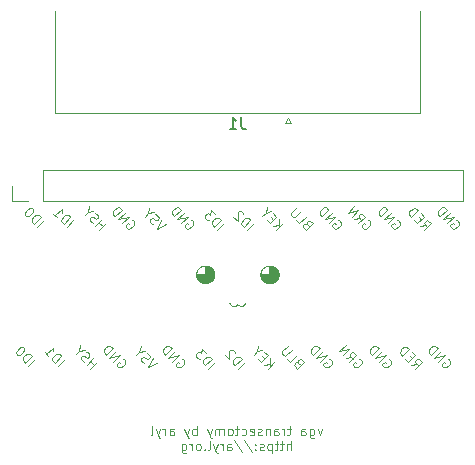
<source format=gbr>
%TF.GenerationSoftware,KiCad,Pcbnew,9.0.1*%
%TF.CreationDate,2025-10-18T13:29:13+03:00*%
%TF.ProjectId,transection-vga,7472616e-7365-4637-9469-6f6e2d766761,rev?*%
%TF.SameCoordinates,Original*%
%TF.FileFunction,Legend,Bot*%
%TF.FilePolarity,Positive*%
%FSLAX46Y46*%
G04 Gerber Fmt 4.6, Leading zero omitted, Abs format (unit mm)*
G04 Created by KiCad (PCBNEW 9.0.1) date 2025-10-18 13:29:13*
%MOMM*%
%LPD*%
G01*
G04 APERTURE LIST*
%ADD10C,0.100000*%
%ADD11C,0.150000*%
%ADD12C,0.120000*%
%ADD13C,0.028975*%
%ADD14C,0.005135*%
%ADD15C,0.005186*%
G04 APERTURE END LIST*
D10*
X143007145Y-109325606D02*
X142816669Y-109858940D01*
X142816669Y-109858940D02*
X142626192Y-109325606D01*
X141978573Y-109325606D02*
X141978573Y-109973225D01*
X141978573Y-109973225D02*
X142016668Y-110049416D01*
X142016668Y-110049416D02*
X142054764Y-110087511D01*
X142054764Y-110087511D02*
X142130954Y-110125606D01*
X142130954Y-110125606D02*
X142245240Y-110125606D01*
X142245240Y-110125606D02*
X142321430Y-110087511D01*
X141978573Y-109820845D02*
X142054764Y-109858940D01*
X142054764Y-109858940D02*
X142207145Y-109858940D01*
X142207145Y-109858940D02*
X142283335Y-109820845D01*
X142283335Y-109820845D02*
X142321430Y-109782749D01*
X142321430Y-109782749D02*
X142359526Y-109706559D01*
X142359526Y-109706559D02*
X142359526Y-109477987D01*
X142359526Y-109477987D02*
X142321430Y-109401797D01*
X142321430Y-109401797D02*
X142283335Y-109363702D01*
X142283335Y-109363702D02*
X142207145Y-109325606D01*
X142207145Y-109325606D02*
X142054764Y-109325606D01*
X142054764Y-109325606D02*
X141978573Y-109363702D01*
X141254763Y-109858940D02*
X141254763Y-109439892D01*
X141254763Y-109439892D02*
X141292858Y-109363702D01*
X141292858Y-109363702D02*
X141369049Y-109325606D01*
X141369049Y-109325606D02*
X141521430Y-109325606D01*
X141521430Y-109325606D02*
X141597620Y-109363702D01*
X141254763Y-109820845D02*
X141330954Y-109858940D01*
X141330954Y-109858940D02*
X141521430Y-109858940D01*
X141521430Y-109858940D02*
X141597620Y-109820845D01*
X141597620Y-109820845D02*
X141635716Y-109744654D01*
X141635716Y-109744654D02*
X141635716Y-109668464D01*
X141635716Y-109668464D02*
X141597620Y-109592273D01*
X141597620Y-109592273D02*
X141521430Y-109554178D01*
X141521430Y-109554178D02*
X141330954Y-109554178D01*
X141330954Y-109554178D02*
X141254763Y-109516083D01*
X140378572Y-109325606D02*
X140073810Y-109325606D01*
X140264286Y-109058940D02*
X140264286Y-109744654D01*
X140264286Y-109744654D02*
X140226191Y-109820845D01*
X140226191Y-109820845D02*
X140150001Y-109858940D01*
X140150001Y-109858940D02*
X140073810Y-109858940D01*
X139807143Y-109858940D02*
X139807143Y-109325606D01*
X139807143Y-109477987D02*
X139769048Y-109401797D01*
X139769048Y-109401797D02*
X139730953Y-109363702D01*
X139730953Y-109363702D02*
X139654762Y-109325606D01*
X139654762Y-109325606D02*
X139578572Y-109325606D01*
X138969048Y-109858940D02*
X138969048Y-109439892D01*
X138969048Y-109439892D02*
X139007143Y-109363702D01*
X139007143Y-109363702D02*
X139083334Y-109325606D01*
X139083334Y-109325606D02*
X139235715Y-109325606D01*
X139235715Y-109325606D02*
X139311905Y-109363702D01*
X138969048Y-109820845D02*
X139045239Y-109858940D01*
X139045239Y-109858940D02*
X139235715Y-109858940D01*
X139235715Y-109858940D02*
X139311905Y-109820845D01*
X139311905Y-109820845D02*
X139350001Y-109744654D01*
X139350001Y-109744654D02*
X139350001Y-109668464D01*
X139350001Y-109668464D02*
X139311905Y-109592273D01*
X139311905Y-109592273D02*
X139235715Y-109554178D01*
X139235715Y-109554178D02*
X139045239Y-109554178D01*
X139045239Y-109554178D02*
X138969048Y-109516083D01*
X138588095Y-109325606D02*
X138588095Y-109858940D01*
X138588095Y-109401797D02*
X138550000Y-109363702D01*
X138550000Y-109363702D02*
X138473810Y-109325606D01*
X138473810Y-109325606D02*
X138359524Y-109325606D01*
X138359524Y-109325606D02*
X138283333Y-109363702D01*
X138283333Y-109363702D02*
X138245238Y-109439892D01*
X138245238Y-109439892D02*
X138245238Y-109858940D01*
X137902381Y-109820845D02*
X137826190Y-109858940D01*
X137826190Y-109858940D02*
X137673809Y-109858940D01*
X137673809Y-109858940D02*
X137597619Y-109820845D01*
X137597619Y-109820845D02*
X137559523Y-109744654D01*
X137559523Y-109744654D02*
X137559523Y-109706559D01*
X137559523Y-109706559D02*
X137597619Y-109630368D01*
X137597619Y-109630368D02*
X137673809Y-109592273D01*
X137673809Y-109592273D02*
X137788095Y-109592273D01*
X137788095Y-109592273D02*
X137864285Y-109554178D01*
X137864285Y-109554178D02*
X137902381Y-109477987D01*
X137902381Y-109477987D02*
X137902381Y-109439892D01*
X137902381Y-109439892D02*
X137864285Y-109363702D01*
X137864285Y-109363702D02*
X137788095Y-109325606D01*
X137788095Y-109325606D02*
X137673809Y-109325606D01*
X137673809Y-109325606D02*
X137597619Y-109363702D01*
X136911904Y-109820845D02*
X136988095Y-109858940D01*
X136988095Y-109858940D02*
X137140476Y-109858940D01*
X137140476Y-109858940D02*
X137216666Y-109820845D01*
X137216666Y-109820845D02*
X137254762Y-109744654D01*
X137254762Y-109744654D02*
X137254762Y-109439892D01*
X137254762Y-109439892D02*
X137216666Y-109363702D01*
X137216666Y-109363702D02*
X137140476Y-109325606D01*
X137140476Y-109325606D02*
X136988095Y-109325606D01*
X136988095Y-109325606D02*
X136911904Y-109363702D01*
X136911904Y-109363702D02*
X136873809Y-109439892D01*
X136873809Y-109439892D02*
X136873809Y-109516083D01*
X136873809Y-109516083D02*
X137254762Y-109592273D01*
X136188095Y-109820845D02*
X136264286Y-109858940D01*
X136264286Y-109858940D02*
X136416667Y-109858940D01*
X136416667Y-109858940D02*
X136492857Y-109820845D01*
X136492857Y-109820845D02*
X136530952Y-109782749D01*
X136530952Y-109782749D02*
X136569048Y-109706559D01*
X136569048Y-109706559D02*
X136569048Y-109477987D01*
X136569048Y-109477987D02*
X136530952Y-109401797D01*
X136530952Y-109401797D02*
X136492857Y-109363702D01*
X136492857Y-109363702D02*
X136416667Y-109325606D01*
X136416667Y-109325606D02*
X136264286Y-109325606D01*
X136264286Y-109325606D02*
X136188095Y-109363702D01*
X135959524Y-109325606D02*
X135654762Y-109325606D01*
X135845238Y-109058940D02*
X135845238Y-109744654D01*
X135845238Y-109744654D02*
X135807143Y-109820845D01*
X135807143Y-109820845D02*
X135730953Y-109858940D01*
X135730953Y-109858940D02*
X135654762Y-109858940D01*
X135273810Y-109858940D02*
X135350000Y-109820845D01*
X135350000Y-109820845D02*
X135388095Y-109782749D01*
X135388095Y-109782749D02*
X135426191Y-109706559D01*
X135426191Y-109706559D02*
X135426191Y-109477987D01*
X135426191Y-109477987D02*
X135388095Y-109401797D01*
X135388095Y-109401797D02*
X135350000Y-109363702D01*
X135350000Y-109363702D02*
X135273810Y-109325606D01*
X135273810Y-109325606D02*
X135159524Y-109325606D01*
X135159524Y-109325606D02*
X135083333Y-109363702D01*
X135083333Y-109363702D02*
X135045238Y-109401797D01*
X135045238Y-109401797D02*
X135007143Y-109477987D01*
X135007143Y-109477987D02*
X135007143Y-109706559D01*
X135007143Y-109706559D02*
X135045238Y-109782749D01*
X135045238Y-109782749D02*
X135083333Y-109820845D01*
X135083333Y-109820845D02*
X135159524Y-109858940D01*
X135159524Y-109858940D02*
X135273810Y-109858940D01*
X134664285Y-109858940D02*
X134664285Y-109325606D01*
X134664285Y-109401797D02*
X134626190Y-109363702D01*
X134626190Y-109363702D02*
X134550000Y-109325606D01*
X134550000Y-109325606D02*
X134435714Y-109325606D01*
X134435714Y-109325606D02*
X134359523Y-109363702D01*
X134359523Y-109363702D02*
X134321428Y-109439892D01*
X134321428Y-109439892D02*
X134321428Y-109858940D01*
X134321428Y-109439892D02*
X134283333Y-109363702D01*
X134283333Y-109363702D02*
X134207142Y-109325606D01*
X134207142Y-109325606D02*
X134092857Y-109325606D01*
X134092857Y-109325606D02*
X134016666Y-109363702D01*
X134016666Y-109363702D02*
X133978571Y-109439892D01*
X133978571Y-109439892D02*
X133978571Y-109858940D01*
X133673809Y-109325606D02*
X133483333Y-109858940D01*
X133292856Y-109325606D02*
X133483333Y-109858940D01*
X133483333Y-109858940D02*
X133559523Y-110049416D01*
X133559523Y-110049416D02*
X133597618Y-110087511D01*
X133597618Y-110087511D02*
X133673809Y-110125606D01*
X132378570Y-109858940D02*
X132378570Y-109058940D01*
X132378570Y-109363702D02*
X132302380Y-109325606D01*
X132302380Y-109325606D02*
X132149999Y-109325606D01*
X132149999Y-109325606D02*
X132073808Y-109363702D01*
X132073808Y-109363702D02*
X132035713Y-109401797D01*
X132035713Y-109401797D02*
X131997618Y-109477987D01*
X131997618Y-109477987D02*
X131997618Y-109706559D01*
X131997618Y-109706559D02*
X132035713Y-109782749D01*
X132035713Y-109782749D02*
X132073808Y-109820845D01*
X132073808Y-109820845D02*
X132149999Y-109858940D01*
X132149999Y-109858940D02*
X132302380Y-109858940D01*
X132302380Y-109858940D02*
X132378570Y-109820845D01*
X131730951Y-109325606D02*
X131540475Y-109858940D01*
X131349998Y-109325606D02*
X131540475Y-109858940D01*
X131540475Y-109858940D02*
X131616665Y-110049416D01*
X131616665Y-110049416D02*
X131654760Y-110087511D01*
X131654760Y-110087511D02*
X131730951Y-110125606D01*
X130092855Y-109858940D02*
X130092855Y-109439892D01*
X130092855Y-109439892D02*
X130130950Y-109363702D01*
X130130950Y-109363702D02*
X130207141Y-109325606D01*
X130207141Y-109325606D02*
X130359522Y-109325606D01*
X130359522Y-109325606D02*
X130435712Y-109363702D01*
X130092855Y-109820845D02*
X130169046Y-109858940D01*
X130169046Y-109858940D02*
X130359522Y-109858940D01*
X130359522Y-109858940D02*
X130435712Y-109820845D01*
X130435712Y-109820845D02*
X130473808Y-109744654D01*
X130473808Y-109744654D02*
X130473808Y-109668464D01*
X130473808Y-109668464D02*
X130435712Y-109592273D01*
X130435712Y-109592273D02*
X130359522Y-109554178D01*
X130359522Y-109554178D02*
X130169046Y-109554178D01*
X130169046Y-109554178D02*
X130092855Y-109516083D01*
X129711902Y-109858940D02*
X129711902Y-109325606D01*
X129711902Y-109477987D02*
X129673807Y-109401797D01*
X129673807Y-109401797D02*
X129635712Y-109363702D01*
X129635712Y-109363702D02*
X129559521Y-109325606D01*
X129559521Y-109325606D02*
X129483331Y-109325606D01*
X129292855Y-109325606D02*
X129102379Y-109858940D01*
X128911902Y-109325606D02*
X129102379Y-109858940D01*
X129102379Y-109858940D02*
X129178569Y-110049416D01*
X129178569Y-110049416D02*
X129216664Y-110087511D01*
X129216664Y-110087511D02*
X129292855Y-110125606D01*
X128492855Y-109858940D02*
X128569045Y-109820845D01*
X128569045Y-109820845D02*
X128607140Y-109744654D01*
X128607140Y-109744654D02*
X128607140Y-109058940D01*
X140378571Y-111146895D02*
X140378571Y-110346895D01*
X140035714Y-111146895D02*
X140035714Y-110727847D01*
X140035714Y-110727847D02*
X140073809Y-110651657D01*
X140073809Y-110651657D02*
X140150000Y-110613561D01*
X140150000Y-110613561D02*
X140264286Y-110613561D01*
X140264286Y-110613561D02*
X140340476Y-110651657D01*
X140340476Y-110651657D02*
X140378571Y-110689752D01*
X139769047Y-110613561D02*
X139464285Y-110613561D01*
X139654761Y-110346895D02*
X139654761Y-111032609D01*
X139654761Y-111032609D02*
X139616666Y-111108800D01*
X139616666Y-111108800D02*
X139540476Y-111146895D01*
X139540476Y-111146895D02*
X139464285Y-111146895D01*
X139311904Y-110613561D02*
X139007142Y-110613561D01*
X139197618Y-110346895D02*
X139197618Y-111032609D01*
X139197618Y-111032609D02*
X139159523Y-111108800D01*
X139159523Y-111108800D02*
X139083333Y-111146895D01*
X139083333Y-111146895D02*
X139007142Y-111146895D01*
X138740475Y-110613561D02*
X138740475Y-111413561D01*
X138740475Y-110651657D02*
X138664285Y-110613561D01*
X138664285Y-110613561D02*
X138511904Y-110613561D01*
X138511904Y-110613561D02*
X138435713Y-110651657D01*
X138435713Y-110651657D02*
X138397618Y-110689752D01*
X138397618Y-110689752D02*
X138359523Y-110765942D01*
X138359523Y-110765942D02*
X138359523Y-110994514D01*
X138359523Y-110994514D02*
X138397618Y-111070704D01*
X138397618Y-111070704D02*
X138435713Y-111108800D01*
X138435713Y-111108800D02*
X138511904Y-111146895D01*
X138511904Y-111146895D02*
X138664285Y-111146895D01*
X138664285Y-111146895D02*
X138740475Y-111108800D01*
X138054761Y-111108800D02*
X137978570Y-111146895D01*
X137978570Y-111146895D02*
X137826189Y-111146895D01*
X137826189Y-111146895D02*
X137749999Y-111108800D01*
X137749999Y-111108800D02*
X137711903Y-111032609D01*
X137711903Y-111032609D02*
X137711903Y-110994514D01*
X137711903Y-110994514D02*
X137749999Y-110918323D01*
X137749999Y-110918323D02*
X137826189Y-110880228D01*
X137826189Y-110880228D02*
X137940475Y-110880228D01*
X137940475Y-110880228D02*
X138016665Y-110842133D01*
X138016665Y-110842133D02*
X138054761Y-110765942D01*
X138054761Y-110765942D02*
X138054761Y-110727847D01*
X138054761Y-110727847D02*
X138016665Y-110651657D01*
X138016665Y-110651657D02*
X137940475Y-110613561D01*
X137940475Y-110613561D02*
X137826189Y-110613561D01*
X137826189Y-110613561D02*
X137749999Y-110651657D01*
X137369046Y-111070704D02*
X137330951Y-111108800D01*
X137330951Y-111108800D02*
X137369046Y-111146895D01*
X137369046Y-111146895D02*
X137407142Y-111108800D01*
X137407142Y-111108800D02*
X137369046Y-111070704D01*
X137369046Y-111070704D02*
X137369046Y-111146895D01*
X137369046Y-110651657D02*
X137330951Y-110689752D01*
X137330951Y-110689752D02*
X137369046Y-110727847D01*
X137369046Y-110727847D02*
X137407142Y-110689752D01*
X137407142Y-110689752D02*
X137369046Y-110651657D01*
X137369046Y-110651657D02*
X137369046Y-110727847D01*
X136416666Y-110308800D02*
X137102380Y-111337371D01*
X135578571Y-110308800D02*
X136264285Y-111337371D01*
X134969047Y-111146895D02*
X134969047Y-110727847D01*
X134969047Y-110727847D02*
X135007142Y-110651657D01*
X135007142Y-110651657D02*
X135083333Y-110613561D01*
X135083333Y-110613561D02*
X135235714Y-110613561D01*
X135235714Y-110613561D02*
X135311904Y-110651657D01*
X134969047Y-111108800D02*
X135045238Y-111146895D01*
X135045238Y-111146895D02*
X135235714Y-111146895D01*
X135235714Y-111146895D02*
X135311904Y-111108800D01*
X135311904Y-111108800D02*
X135350000Y-111032609D01*
X135350000Y-111032609D02*
X135350000Y-110956419D01*
X135350000Y-110956419D02*
X135311904Y-110880228D01*
X135311904Y-110880228D02*
X135235714Y-110842133D01*
X135235714Y-110842133D02*
X135045238Y-110842133D01*
X135045238Y-110842133D02*
X134969047Y-110804038D01*
X134588094Y-111146895D02*
X134588094Y-110613561D01*
X134588094Y-110765942D02*
X134549999Y-110689752D01*
X134549999Y-110689752D02*
X134511904Y-110651657D01*
X134511904Y-110651657D02*
X134435713Y-110613561D01*
X134435713Y-110613561D02*
X134359523Y-110613561D01*
X134169047Y-110613561D02*
X133978571Y-111146895D01*
X133788094Y-110613561D02*
X133978571Y-111146895D01*
X133978571Y-111146895D02*
X134054761Y-111337371D01*
X134054761Y-111337371D02*
X134092856Y-111375466D01*
X134092856Y-111375466D02*
X134169047Y-111413561D01*
X133369047Y-111146895D02*
X133445237Y-111108800D01*
X133445237Y-111108800D02*
X133483332Y-111032609D01*
X133483332Y-111032609D02*
X133483332Y-110346895D01*
X133064284Y-111070704D02*
X133026189Y-111108800D01*
X133026189Y-111108800D02*
X133064284Y-111146895D01*
X133064284Y-111146895D02*
X133102380Y-111108800D01*
X133102380Y-111108800D02*
X133064284Y-111070704D01*
X133064284Y-111070704D02*
X133064284Y-111146895D01*
X132569047Y-111146895D02*
X132645237Y-111108800D01*
X132645237Y-111108800D02*
X132683332Y-111070704D01*
X132683332Y-111070704D02*
X132721428Y-110994514D01*
X132721428Y-110994514D02*
X132721428Y-110765942D01*
X132721428Y-110765942D02*
X132683332Y-110689752D01*
X132683332Y-110689752D02*
X132645237Y-110651657D01*
X132645237Y-110651657D02*
X132569047Y-110613561D01*
X132569047Y-110613561D02*
X132454761Y-110613561D01*
X132454761Y-110613561D02*
X132378570Y-110651657D01*
X132378570Y-110651657D02*
X132340475Y-110689752D01*
X132340475Y-110689752D02*
X132302380Y-110765942D01*
X132302380Y-110765942D02*
X132302380Y-110994514D01*
X132302380Y-110994514D02*
X132340475Y-111070704D01*
X132340475Y-111070704D02*
X132378570Y-111108800D01*
X132378570Y-111108800D02*
X132454761Y-111146895D01*
X132454761Y-111146895D02*
X132569047Y-111146895D01*
X131959522Y-111146895D02*
X131959522Y-110613561D01*
X131959522Y-110765942D02*
X131921427Y-110689752D01*
X131921427Y-110689752D02*
X131883332Y-110651657D01*
X131883332Y-110651657D02*
X131807141Y-110613561D01*
X131807141Y-110613561D02*
X131730951Y-110613561D01*
X131121427Y-110613561D02*
X131121427Y-111261180D01*
X131121427Y-111261180D02*
X131159522Y-111337371D01*
X131159522Y-111337371D02*
X131197618Y-111375466D01*
X131197618Y-111375466D02*
X131273808Y-111413561D01*
X131273808Y-111413561D02*
X131388094Y-111413561D01*
X131388094Y-111413561D02*
X131464284Y-111375466D01*
X131121427Y-111108800D02*
X131197618Y-111146895D01*
X131197618Y-111146895D02*
X131349999Y-111146895D01*
X131349999Y-111146895D02*
X131426189Y-111108800D01*
X131426189Y-111108800D02*
X131464284Y-111070704D01*
X131464284Y-111070704D02*
X131502380Y-110994514D01*
X131502380Y-110994514D02*
X131502380Y-110765942D01*
X131502380Y-110765942D02*
X131464284Y-110689752D01*
X131464284Y-110689752D02*
X131426189Y-110651657D01*
X131426189Y-110651657D02*
X131349999Y-110613561D01*
X131349999Y-110613561D02*
X131197618Y-110613561D01*
X131197618Y-110613561D02*
X131121427Y-110651657D01*
X148634135Y-103410827D02*
X148714948Y-103437765D01*
X148714948Y-103437765D02*
X148795760Y-103518577D01*
X148795760Y-103518577D02*
X148849635Y-103626326D01*
X148849635Y-103626326D02*
X148849635Y-103734076D01*
X148849635Y-103734076D02*
X148822697Y-103814888D01*
X148822697Y-103814888D02*
X148741885Y-103949575D01*
X148741885Y-103949575D02*
X148661073Y-104030387D01*
X148661073Y-104030387D02*
X148526386Y-104111200D01*
X148526386Y-104111200D02*
X148445574Y-104138137D01*
X148445574Y-104138137D02*
X148337824Y-104138137D01*
X148337824Y-104138137D02*
X148230074Y-104084262D01*
X148230074Y-104084262D02*
X148176200Y-104030387D01*
X148176200Y-104030387D02*
X148122325Y-103922638D01*
X148122325Y-103922638D02*
X148122325Y-103868763D01*
X148122325Y-103868763D02*
X148310887Y-103680201D01*
X148310887Y-103680201D02*
X148418636Y-103787951D01*
X147826013Y-103680201D02*
X148391699Y-103114516D01*
X148391699Y-103114516D02*
X147502764Y-103356952D01*
X147502764Y-103356952D02*
X148068450Y-102791267D01*
X147233391Y-103087578D02*
X147799076Y-102521893D01*
X147799076Y-102521893D02*
X147664389Y-102387206D01*
X147664389Y-102387206D02*
X147556639Y-102333331D01*
X147556639Y-102333331D02*
X147448890Y-102333331D01*
X147448890Y-102333331D02*
X147368078Y-102360269D01*
X147368078Y-102360269D02*
X147233391Y-102441081D01*
X147233391Y-102441081D02*
X147152578Y-102521893D01*
X147152578Y-102521893D02*
X147071766Y-102656580D01*
X147071766Y-102656580D02*
X147044829Y-102737392D01*
X147044829Y-102737392D02*
X147044829Y-102845142D01*
X147044829Y-102845142D02*
X147098704Y-102952891D01*
X147098704Y-102952891D02*
X147233391Y-103087578D01*
X134141699Y-92495887D02*
X134707384Y-91930201D01*
X133872325Y-92226513D02*
X134438010Y-91660827D01*
X134438010Y-91660827D02*
X134303323Y-91526140D01*
X134303323Y-91526140D02*
X134195574Y-91472266D01*
X134195574Y-91472266D02*
X134087824Y-91472266D01*
X134087824Y-91472266D02*
X134007012Y-91499203D01*
X134007012Y-91499203D02*
X133872325Y-91580015D01*
X133872325Y-91580015D02*
X133791513Y-91660827D01*
X133791513Y-91660827D02*
X133710701Y-91795514D01*
X133710701Y-91795514D02*
X133683763Y-91876327D01*
X133683763Y-91876327D02*
X133683763Y-91984076D01*
X133683763Y-91984076D02*
X133737638Y-92091826D01*
X133737638Y-92091826D02*
X133872325Y-92226513D01*
X133926200Y-91149017D02*
X133576014Y-90798831D01*
X133576014Y-90798831D02*
X133549076Y-91202892D01*
X133549076Y-91202892D02*
X133468264Y-91122079D01*
X133468264Y-91122079D02*
X133387452Y-91095142D01*
X133387452Y-91095142D02*
X133333577Y-91095142D01*
X133333577Y-91095142D02*
X133252765Y-91122079D01*
X133252765Y-91122079D02*
X133118078Y-91256766D01*
X133118078Y-91256766D02*
X133091140Y-91337579D01*
X133091140Y-91337579D02*
X133091140Y-91391453D01*
X133091140Y-91391453D02*
X133118078Y-91472266D01*
X133118078Y-91472266D02*
X133279702Y-91633890D01*
X133279702Y-91633890D02*
X133360514Y-91660827D01*
X133360514Y-91660827D02*
X133414389Y-91660827D01*
X150568450Y-103922638D02*
X151026386Y-103841826D01*
X150891699Y-104245887D02*
X151457384Y-103680201D01*
X151457384Y-103680201D02*
X151241885Y-103464702D01*
X151241885Y-103464702D02*
X151161073Y-103437765D01*
X151161073Y-103437765D02*
X151107198Y-103437765D01*
X151107198Y-103437765D02*
X151026386Y-103464702D01*
X151026386Y-103464702D02*
X150945574Y-103545514D01*
X150945574Y-103545514D02*
X150918636Y-103626326D01*
X150918636Y-103626326D02*
X150918636Y-103680201D01*
X150918636Y-103680201D02*
X150945574Y-103761013D01*
X150945574Y-103761013D02*
X151161073Y-103976513D01*
X150622325Y-103383890D02*
X150433763Y-103195328D01*
X150056639Y-103410827D02*
X150326013Y-103680201D01*
X150326013Y-103680201D02*
X150891699Y-103114516D01*
X150891699Y-103114516D02*
X150622325Y-102845142D01*
X149814202Y-103168390D02*
X150379888Y-102602705D01*
X150379888Y-102602705D02*
X150245201Y-102468018D01*
X150245201Y-102468018D02*
X150137451Y-102414143D01*
X150137451Y-102414143D02*
X150029702Y-102414143D01*
X150029702Y-102414143D02*
X149948889Y-102441080D01*
X149948889Y-102441080D02*
X149814202Y-102521893D01*
X149814202Y-102521893D02*
X149733390Y-102602705D01*
X149733390Y-102602705D02*
X149652578Y-102737392D01*
X149652578Y-102737392D02*
X149625641Y-102818204D01*
X149625641Y-102818204D02*
X149625641Y-102925954D01*
X149625641Y-102925954D02*
X149679515Y-103033703D01*
X149679515Y-103033703D02*
X149814202Y-103168390D01*
X138391699Y-104245887D02*
X138957384Y-103680201D01*
X138068450Y-103922638D02*
X138634135Y-103841826D01*
X138634135Y-103356952D02*
X138634135Y-104003450D01*
X138122325Y-103383890D02*
X137933763Y-103195328D01*
X137556639Y-103410827D02*
X137826013Y-103680201D01*
X137826013Y-103680201D02*
X138391699Y-103114516D01*
X138391699Y-103114516D02*
X138122325Y-102845142D01*
X137475827Y-102791267D02*
X137206453Y-103060641D01*
X137960700Y-102683517D02*
X137475827Y-102791267D01*
X137475827Y-102791267D02*
X137583576Y-102306393D01*
X139141699Y-92495887D02*
X139707384Y-91930201D01*
X138818450Y-92172638D02*
X139384135Y-92091826D01*
X139384135Y-91606952D02*
X139384135Y-92253450D01*
X138872325Y-91633890D02*
X138683763Y-91445328D01*
X138306639Y-91660827D02*
X138576013Y-91930201D01*
X138576013Y-91930201D02*
X139141699Y-91364516D01*
X139141699Y-91364516D02*
X138872325Y-91095142D01*
X138225827Y-91041267D02*
X137956453Y-91310641D01*
X138710700Y-90933517D02*
X138225827Y-91041267D01*
X138225827Y-91041267D02*
X138333576Y-90556393D01*
X144384135Y-91660827D02*
X144464948Y-91687765D01*
X144464948Y-91687765D02*
X144545760Y-91768577D01*
X144545760Y-91768577D02*
X144599635Y-91876326D01*
X144599635Y-91876326D02*
X144599635Y-91984076D01*
X144599635Y-91984076D02*
X144572697Y-92064888D01*
X144572697Y-92064888D02*
X144491885Y-92199575D01*
X144491885Y-92199575D02*
X144411073Y-92280387D01*
X144411073Y-92280387D02*
X144276386Y-92361200D01*
X144276386Y-92361200D02*
X144195574Y-92388137D01*
X144195574Y-92388137D02*
X144087824Y-92388137D01*
X144087824Y-92388137D02*
X143980074Y-92334262D01*
X143980074Y-92334262D02*
X143926200Y-92280387D01*
X143926200Y-92280387D02*
X143872325Y-92172638D01*
X143872325Y-92172638D02*
X143872325Y-92118763D01*
X143872325Y-92118763D02*
X144060887Y-91930201D01*
X144060887Y-91930201D02*
X144168636Y-92037951D01*
X143576013Y-91930201D02*
X144141699Y-91364516D01*
X144141699Y-91364516D02*
X143252764Y-91606952D01*
X143252764Y-91606952D02*
X143818450Y-91041267D01*
X142983391Y-91337578D02*
X143549076Y-90771893D01*
X143549076Y-90771893D02*
X143414389Y-90637206D01*
X143414389Y-90637206D02*
X143306639Y-90583331D01*
X143306639Y-90583331D02*
X143198890Y-90583331D01*
X143198890Y-90583331D02*
X143118078Y-90610269D01*
X143118078Y-90610269D02*
X142983391Y-90691081D01*
X142983391Y-90691081D02*
X142902578Y-90771893D01*
X142902578Y-90771893D02*
X142821766Y-90906580D01*
X142821766Y-90906580D02*
X142794829Y-90987392D01*
X142794829Y-90987392D02*
X142794829Y-91095142D01*
X142794829Y-91095142D02*
X142848704Y-91202891D01*
X142848704Y-91202891D02*
X142983391Y-91337578D01*
X154384135Y-91660827D02*
X154464948Y-91687765D01*
X154464948Y-91687765D02*
X154545760Y-91768577D01*
X154545760Y-91768577D02*
X154599635Y-91876326D01*
X154599635Y-91876326D02*
X154599635Y-91984076D01*
X154599635Y-91984076D02*
X154572697Y-92064888D01*
X154572697Y-92064888D02*
X154491885Y-92199575D01*
X154491885Y-92199575D02*
X154411073Y-92280387D01*
X154411073Y-92280387D02*
X154276386Y-92361200D01*
X154276386Y-92361200D02*
X154195574Y-92388137D01*
X154195574Y-92388137D02*
X154087824Y-92388137D01*
X154087824Y-92388137D02*
X153980074Y-92334262D01*
X153980074Y-92334262D02*
X153926200Y-92280387D01*
X153926200Y-92280387D02*
X153872325Y-92172638D01*
X153872325Y-92172638D02*
X153872325Y-92118763D01*
X153872325Y-92118763D02*
X154060887Y-91930201D01*
X154060887Y-91930201D02*
X154168636Y-92037951D01*
X153576013Y-91930201D02*
X154141699Y-91364516D01*
X154141699Y-91364516D02*
X153252764Y-91606952D01*
X153252764Y-91606952D02*
X153818450Y-91041267D01*
X152983391Y-91337578D02*
X153549076Y-90771893D01*
X153549076Y-90771893D02*
X153414389Y-90637206D01*
X153414389Y-90637206D02*
X153306639Y-90583331D01*
X153306639Y-90583331D02*
X153198890Y-90583331D01*
X153198890Y-90583331D02*
X153118078Y-90610269D01*
X153118078Y-90610269D02*
X152983391Y-90691081D01*
X152983391Y-90691081D02*
X152902578Y-90771893D01*
X152902578Y-90771893D02*
X152821766Y-90906580D01*
X152821766Y-90906580D02*
X152794829Y-90987392D01*
X152794829Y-90987392D02*
X152794829Y-91095142D01*
X152794829Y-91095142D02*
X152848704Y-91202891D01*
X152848704Y-91202891D02*
X152983391Y-91337578D01*
X143634135Y-103410827D02*
X143714948Y-103437765D01*
X143714948Y-103437765D02*
X143795760Y-103518577D01*
X143795760Y-103518577D02*
X143849635Y-103626326D01*
X143849635Y-103626326D02*
X143849635Y-103734076D01*
X143849635Y-103734076D02*
X143822697Y-103814888D01*
X143822697Y-103814888D02*
X143741885Y-103949575D01*
X143741885Y-103949575D02*
X143661073Y-104030387D01*
X143661073Y-104030387D02*
X143526386Y-104111200D01*
X143526386Y-104111200D02*
X143445574Y-104138137D01*
X143445574Y-104138137D02*
X143337824Y-104138137D01*
X143337824Y-104138137D02*
X143230074Y-104084262D01*
X143230074Y-104084262D02*
X143176200Y-104030387D01*
X143176200Y-104030387D02*
X143122325Y-103922638D01*
X143122325Y-103922638D02*
X143122325Y-103868763D01*
X143122325Y-103868763D02*
X143310887Y-103680201D01*
X143310887Y-103680201D02*
X143418636Y-103787951D01*
X142826013Y-103680201D02*
X143391699Y-103114516D01*
X143391699Y-103114516D02*
X142502764Y-103356952D01*
X142502764Y-103356952D02*
X143068450Y-102791267D01*
X142233391Y-103087578D02*
X142799076Y-102521893D01*
X142799076Y-102521893D02*
X142664389Y-102387206D01*
X142664389Y-102387206D02*
X142556639Y-102333331D01*
X142556639Y-102333331D02*
X142448890Y-102333331D01*
X142448890Y-102333331D02*
X142368078Y-102360269D01*
X142368078Y-102360269D02*
X142233391Y-102441081D01*
X142233391Y-102441081D02*
X142152578Y-102521893D01*
X142152578Y-102521893D02*
X142071766Y-102656580D01*
X142071766Y-102656580D02*
X142044829Y-102737392D01*
X142044829Y-102737392D02*
X142044829Y-102845142D01*
X142044829Y-102845142D02*
X142098704Y-102952891D01*
X142098704Y-102952891D02*
X142233391Y-103087578D01*
X129788196Y-92011013D02*
X129033949Y-92388137D01*
X129033949Y-92388137D02*
X129411073Y-91633890D01*
X128710701Y-92011014D02*
X128602951Y-91957139D01*
X128602951Y-91957139D02*
X128468264Y-91822452D01*
X128468264Y-91822452D02*
X128441326Y-91741640D01*
X128441326Y-91741640D02*
X128441326Y-91687765D01*
X128441326Y-91687765D02*
X128468264Y-91606953D01*
X128468264Y-91606953D02*
X128522139Y-91553078D01*
X128522139Y-91553078D02*
X128602951Y-91526140D01*
X128602951Y-91526140D02*
X128656826Y-91526140D01*
X128656826Y-91526140D02*
X128737638Y-91553078D01*
X128737638Y-91553078D02*
X128872325Y-91633890D01*
X128872325Y-91633890D02*
X128953137Y-91660827D01*
X128953137Y-91660827D02*
X129007012Y-91660827D01*
X129007012Y-91660827D02*
X129087824Y-91633890D01*
X129087824Y-91633890D02*
X129141699Y-91580015D01*
X129141699Y-91580015D02*
X129168636Y-91499203D01*
X129168636Y-91499203D02*
X129168636Y-91445328D01*
X129168636Y-91445328D02*
X129141699Y-91364516D01*
X129141699Y-91364516D02*
X129007012Y-91229829D01*
X129007012Y-91229829D02*
X128899262Y-91175954D01*
X128279702Y-91095142D02*
X128010328Y-91364516D01*
X128764575Y-90987392D02*
X128279702Y-91095142D01*
X128279702Y-91095142D02*
X128387452Y-90610269D01*
X124141699Y-92495887D02*
X124707384Y-91930201D01*
X124438010Y-92199575D02*
X124114761Y-91876326D01*
X123818450Y-92172638D02*
X124384135Y-91606952D01*
X123602951Y-91903264D02*
X123495201Y-91849389D01*
X123495201Y-91849389D02*
X123360514Y-91714702D01*
X123360514Y-91714702D02*
X123333577Y-91633890D01*
X123333577Y-91633890D02*
X123333577Y-91580015D01*
X123333577Y-91580015D02*
X123360514Y-91499203D01*
X123360514Y-91499203D02*
X123414389Y-91445328D01*
X123414389Y-91445328D02*
X123495201Y-91418391D01*
X123495201Y-91418391D02*
X123549076Y-91418391D01*
X123549076Y-91418391D02*
X123629888Y-91445328D01*
X123629888Y-91445328D02*
X123764575Y-91526140D01*
X123764575Y-91526140D02*
X123845387Y-91553078D01*
X123845387Y-91553078D02*
X123899262Y-91553078D01*
X123899262Y-91553078D02*
X123980074Y-91526140D01*
X123980074Y-91526140D02*
X124033949Y-91472265D01*
X124033949Y-91472265D02*
X124060887Y-91391453D01*
X124060887Y-91391453D02*
X124060887Y-91337578D01*
X124060887Y-91337578D02*
X124033949Y-91256766D01*
X124033949Y-91256766D02*
X123899262Y-91122079D01*
X123899262Y-91122079D02*
X123791513Y-91068204D01*
X123171952Y-90987392D02*
X122902578Y-91256766D01*
X123656826Y-90879642D02*
X123171952Y-90987392D01*
X123171952Y-90987392D02*
X123279702Y-90502519D01*
X129038196Y-103761013D02*
X128283949Y-104138137D01*
X128283949Y-104138137D02*
X128661073Y-103383890D01*
X127960701Y-103761014D02*
X127852951Y-103707139D01*
X127852951Y-103707139D02*
X127718264Y-103572452D01*
X127718264Y-103572452D02*
X127691326Y-103491640D01*
X127691326Y-103491640D02*
X127691326Y-103437765D01*
X127691326Y-103437765D02*
X127718264Y-103356953D01*
X127718264Y-103356953D02*
X127772139Y-103303078D01*
X127772139Y-103303078D02*
X127852951Y-103276140D01*
X127852951Y-103276140D02*
X127906826Y-103276140D01*
X127906826Y-103276140D02*
X127987638Y-103303078D01*
X127987638Y-103303078D02*
X128122325Y-103383890D01*
X128122325Y-103383890D02*
X128203137Y-103410827D01*
X128203137Y-103410827D02*
X128257012Y-103410827D01*
X128257012Y-103410827D02*
X128337824Y-103383890D01*
X128337824Y-103383890D02*
X128391699Y-103330015D01*
X128391699Y-103330015D02*
X128418636Y-103249203D01*
X128418636Y-103249203D02*
X128418636Y-103195328D01*
X128418636Y-103195328D02*
X128391699Y-103114516D01*
X128391699Y-103114516D02*
X128257012Y-102979829D01*
X128257012Y-102979829D02*
X128149262Y-102925954D01*
X127529702Y-102845142D02*
X127260328Y-103114516D01*
X128014575Y-102737392D02*
X127529702Y-102845142D01*
X127529702Y-102845142D02*
X127637452Y-102360269D01*
X146134135Y-103410827D02*
X146214948Y-103437765D01*
X146214948Y-103437765D02*
X146295760Y-103518577D01*
X146295760Y-103518577D02*
X146349635Y-103626326D01*
X146349635Y-103626326D02*
X146349635Y-103734076D01*
X146349635Y-103734076D02*
X146322697Y-103814888D01*
X146322697Y-103814888D02*
X146241885Y-103949575D01*
X146241885Y-103949575D02*
X146161073Y-104030387D01*
X146161073Y-104030387D02*
X146026386Y-104111200D01*
X146026386Y-104111200D02*
X145945574Y-104138137D01*
X145945574Y-104138137D02*
X145837824Y-104138137D01*
X145837824Y-104138137D02*
X145730074Y-104084262D01*
X145730074Y-104084262D02*
X145676200Y-104030387D01*
X145676200Y-104030387D02*
X145622325Y-103922638D01*
X145622325Y-103922638D02*
X145622325Y-103868763D01*
X145622325Y-103868763D02*
X145810887Y-103680201D01*
X145810887Y-103680201D02*
X145918636Y-103787951D01*
X145002764Y-103356952D02*
X145460700Y-103276140D01*
X145326013Y-103680201D02*
X145891699Y-103114516D01*
X145891699Y-103114516D02*
X145676200Y-102899017D01*
X145676200Y-102899017D02*
X145595387Y-102872079D01*
X145595387Y-102872079D02*
X145541513Y-102872079D01*
X145541513Y-102872079D02*
X145460700Y-102899017D01*
X145460700Y-102899017D02*
X145379888Y-102979829D01*
X145379888Y-102979829D02*
X145352951Y-103060641D01*
X145352951Y-103060641D02*
X145352951Y-103114516D01*
X145352951Y-103114516D02*
X145379888Y-103195328D01*
X145379888Y-103195328D02*
X145595387Y-103410827D01*
X144760328Y-103114516D02*
X145326013Y-102548830D01*
X145326013Y-102548830D02*
X144437079Y-102791267D01*
X144437079Y-102791267D02*
X145002764Y-102225581D01*
X153634135Y-103410827D02*
X153714948Y-103437765D01*
X153714948Y-103437765D02*
X153795760Y-103518577D01*
X153795760Y-103518577D02*
X153849635Y-103626326D01*
X153849635Y-103626326D02*
X153849635Y-103734076D01*
X153849635Y-103734076D02*
X153822697Y-103814888D01*
X153822697Y-103814888D02*
X153741885Y-103949575D01*
X153741885Y-103949575D02*
X153661073Y-104030387D01*
X153661073Y-104030387D02*
X153526386Y-104111200D01*
X153526386Y-104111200D02*
X153445574Y-104138137D01*
X153445574Y-104138137D02*
X153337824Y-104138137D01*
X153337824Y-104138137D02*
X153230074Y-104084262D01*
X153230074Y-104084262D02*
X153176200Y-104030387D01*
X153176200Y-104030387D02*
X153122325Y-103922638D01*
X153122325Y-103922638D02*
X153122325Y-103868763D01*
X153122325Y-103868763D02*
X153310887Y-103680201D01*
X153310887Y-103680201D02*
X153418636Y-103787951D01*
X152826013Y-103680201D02*
X153391699Y-103114516D01*
X153391699Y-103114516D02*
X152502764Y-103356952D01*
X152502764Y-103356952D02*
X153068450Y-102791267D01*
X152233391Y-103087578D02*
X152799076Y-102521893D01*
X152799076Y-102521893D02*
X152664389Y-102387206D01*
X152664389Y-102387206D02*
X152556639Y-102333331D01*
X152556639Y-102333331D02*
X152448890Y-102333331D01*
X152448890Y-102333331D02*
X152368078Y-102360269D01*
X152368078Y-102360269D02*
X152233391Y-102441081D01*
X152233391Y-102441081D02*
X152152578Y-102521893D01*
X152152578Y-102521893D02*
X152071766Y-102656580D01*
X152071766Y-102656580D02*
X152044829Y-102737392D01*
X152044829Y-102737392D02*
X152044829Y-102845142D01*
X152044829Y-102845142D02*
X152098704Y-102952891D01*
X152098704Y-102952891D02*
X152233391Y-103087578D01*
X118141699Y-103995887D02*
X118707384Y-103430201D01*
X117872325Y-103726513D02*
X118438010Y-103160827D01*
X118438010Y-103160827D02*
X118303323Y-103026140D01*
X118303323Y-103026140D02*
X118195574Y-102972266D01*
X118195574Y-102972266D02*
X118087824Y-102972266D01*
X118087824Y-102972266D02*
X118007012Y-102999203D01*
X118007012Y-102999203D02*
X117872325Y-103080015D01*
X117872325Y-103080015D02*
X117791513Y-103160827D01*
X117791513Y-103160827D02*
X117710701Y-103295514D01*
X117710701Y-103295514D02*
X117683763Y-103376327D01*
X117683763Y-103376327D02*
X117683763Y-103484076D01*
X117683763Y-103484076D02*
X117737638Y-103591826D01*
X117737638Y-103591826D02*
X117872325Y-103726513D01*
X117764575Y-102487392D02*
X117710701Y-102433518D01*
X117710701Y-102433518D02*
X117629888Y-102406580D01*
X117629888Y-102406580D02*
X117576014Y-102406580D01*
X117576014Y-102406580D02*
X117495201Y-102433518D01*
X117495201Y-102433518D02*
X117360514Y-102514330D01*
X117360514Y-102514330D02*
X117225827Y-102649017D01*
X117225827Y-102649017D02*
X117145015Y-102783704D01*
X117145015Y-102783704D02*
X117118078Y-102864516D01*
X117118078Y-102864516D02*
X117118078Y-102918391D01*
X117118078Y-102918391D02*
X117145015Y-102999203D01*
X117145015Y-102999203D02*
X117198890Y-103053078D01*
X117198890Y-103053078D02*
X117279702Y-103080015D01*
X117279702Y-103080015D02*
X117333577Y-103080015D01*
X117333577Y-103080015D02*
X117414389Y-103053078D01*
X117414389Y-103053078D02*
X117549076Y-102972266D01*
X117549076Y-102972266D02*
X117683763Y-102837579D01*
X117683763Y-102837579D02*
X117764575Y-102702892D01*
X117764575Y-102702892D02*
X117791513Y-102622079D01*
X117791513Y-102622079D02*
X117791513Y-102568205D01*
X117791513Y-102568205D02*
X117764575Y-102487392D01*
X133391699Y-104245887D02*
X133957384Y-103680201D01*
X133122325Y-103976513D02*
X133688010Y-103410827D01*
X133688010Y-103410827D02*
X133553323Y-103276140D01*
X133553323Y-103276140D02*
X133445574Y-103222266D01*
X133445574Y-103222266D02*
X133337824Y-103222266D01*
X133337824Y-103222266D02*
X133257012Y-103249203D01*
X133257012Y-103249203D02*
X133122325Y-103330015D01*
X133122325Y-103330015D02*
X133041513Y-103410827D01*
X133041513Y-103410827D02*
X132960701Y-103545514D01*
X132960701Y-103545514D02*
X132933763Y-103626327D01*
X132933763Y-103626327D02*
X132933763Y-103734076D01*
X132933763Y-103734076D02*
X132987638Y-103841826D01*
X132987638Y-103841826D02*
X133122325Y-103976513D01*
X133176200Y-102899017D02*
X132826014Y-102548831D01*
X132826014Y-102548831D02*
X132799076Y-102952892D01*
X132799076Y-102952892D02*
X132718264Y-102872079D01*
X132718264Y-102872079D02*
X132637452Y-102845142D01*
X132637452Y-102845142D02*
X132583577Y-102845142D01*
X132583577Y-102845142D02*
X132502765Y-102872079D01*
X132502765Y-102872079D02*
X132368078Y-103006766D01*
X132368078Y-103006766D02*
X132341140Y-103087579D01*
X132341140Y-103087579D02*
X132341140Y-103141453D01*
X132341140Y-103141453D02*
X132368078Y-103222266D01*
X132368078Y-103222266D02*
X132529702Y-103383890D01*
X132529702Y-103383890D02*
X132610514Y-103410827D01*
X132610514Y-103410827D02*
X132664389Y-103410827D01*
X131884135Y-91660827D02*
X131964948Y-91687765D01*
X131964948Y-91687765D02*
X132045760Y-91768577D01*
X132045760Y-91768577D02*
X132099635Y-91876326D01*
X132099635Y-91876326D02*
X132099635Y-91984076D01*
X132099635Y-91984076D02*
X132072697Y-92064888D01*
X132072697Y-92064888D02*
X131991885Y-92199575D01*
X131991885Y-92199575D02*
X131911073Y-92280387D01*
X131911073Y-92280387D02*
X131776386Y-92361200D01*
X131776386Y-92361200D02*
X131695574Y-92388137D01*
X131695574Y-92388137D02*
X131587824Y-92388137D01*
X131587824Y-92388137D02*
X131480074Y-92334262D01*
X131480074Y-92334262D02*
X131426200Y-92280387D01*
X131426200Y-92280387D02*
X131372325Y-92172638D01*
X131372325Y-92172638D02*
X131372325Y-92118763D01*
X131372325Y-92118763D02*
X131560887Y-91930201D01*
X131560887Y-91930201D02*
X131668636Y-92037951D01*
X131076013Y-91930201D02*
X131641699Y-91364516D01*
X131641699Y-91364516D02*
X130752764Y-91606952D01*
X130752764Y-91606952D02*
X131318450Y-91041267D01*
X130483391Y-91337578D02*
X131049076Y-90771893D01*
X131049076Y-90771893D02*
X130914389Y-90637206D01*
X130914389Y-90637206D02*
X130806639Y-90583331D01*
X130806639Y-90583331D02*
X130698890Y-90583331D01*
X130698890Y-90583331D02*
X130618078Y-90610269D01*
X130618078Y-90610269D02*
X130483391Y-90691081D01*
X130483391Y-90691081D02*
X130402578Y-90771893D01*
X130402578Y-90771893D02*
X130321766Y-90906580D01*
X130321766Y-90906580D02*
X130294829Y-90987392D01*
X130294829Y-90987392D02*
X130294829Y-91095142D01*
X130294829Y-91095142D02*
X130348704Y-91202891D01*
X130348704Y-91202891D02*
X130483391Y-91337578D01*
X136641699Y-92495887D02*
X137207384Y-91930201D01*
X136372325Y-92226513D02*
X136938010Y-91660827D01*
X136938010Y-91660827D02*
X136803323Y-91526140D01*
X136803323Y-91526140D02*
X136695574Y-91472266D01*
X136695574Y-91472266D02*
X136587824Y-91472266D01*
X136587824Y-91472266D02*
X136507012Y-91499203D01*
X136507012Y-91499203D02*
X136372325Y-91580015D01*
X136372325Y-91580015D02*
X136291513Y-91660827D01*
X136291513Y-91660827D02*
X136210701Y-91795514D01*
X136210701Y-91795514D02*
X136183763Y-91876327D01*
X136183763Y-91876327D02*
X136183763Y-91984076D01*
X136183763Y-91984076D02*
X136237638Y-92091826D01*
X136237638Y-92091826D02*
X136372325Y-92226513D01*
X136345388Y-91175954D02*
X136345388Y-91122079D01*
X136345388Y-91122079D02*
X136318450Y-91041267D01*
X136318450Y-91041267D02*
X136183763Y-90906580D01*
X136183763Y-90906580D02*
X136102951Y-90879643D01*
X136102951Y-90879643D02*
X136049076Y-90879643D01*
X136049076Y-90879643D02*
X135968264Y-90906580D01*
X135968264Y-90906580D02*
X135914389Y-90960455D01*
X135914389Y-90960455D02*
X135860514Y-91068205D01*
X135860514Y-91068205D02*
X135860514Y-91714702D01*
X135860514Y-91714702D02*
X135510328Y-91364516D01*
X151318450Y-92172638D02*
X151776386Y-92091826D01*
X151641699Y-92495887D02*
X152207384Y-91930201D01*
X152207384Y-91930201D02*
X151991885Y-91714702D01*
X151991885Y-91714702D02*
X151911073Y-91687765D01*
X151911073Y-91687765D02*
X151857198Y-91687765D01*
X151857198Y-91687765D02*
X151776386Y-91714702D01*
X151776386Y-91714702D02*
X151695574Y-91795514D01*
X151695574Y-91795514D02*
X151668636Y-91876326D01*
X151668636Y-91876326D02*
X151668636Y-91930201D01*
X151668636Y-91930201D02*
X151695574Y-92011013D01*
X151695574Y-92011013D02*
X151911073Y-92226513D01*
X151372325Y-91633890D02*
X151183763Y-91445328D01*
X150806639Y-91660827D02*
X151076013Y-91930201D01*
X151076013Y-91930201D02*
X151641699Y-91364516D01*
X151641699Y-91364516D02*
X151372325Y-91095142D01*
X150564202Y-91418390D02*
X151129888Y-90852705D01*
X151129888Y-90852705D02*
X150995201Y-90718018D01*
X150995201Y-90718018D02*
X150887451Y-90664143D01*
X150887451Y-90664143D02*
X150779702Y-90664143D01*
X150779702Y-90664143D02*
X150698889Y-90691080D01*
X150698889Y-90691080D02*
X150564202Y-90771893D01*
X150564202Y-90771893D02*
X150483390Y-90852705D01*
X150483390Y-90852705D02*
X150402578Y-90987392D01*
X150402578Y-90987392D02*
X150375641Y-91068204D01*
X150375641Y-91068204D02*
X150375641Y-91175954D01*
X150375641Y-91175954D02*
X150429515Y-91283703D01*
X150429515Y-91283703D02*
X150564202Y-91418390D01*
X141749448Y-92011013D02*
X141641699Y-91957139D01*
X141641699Y-91957139D02*
X141587824Y-91957139D01*
X141587824Y-91957139D02*
X141507012Y-91984076D01*
X141507012Y-91984076D02*
X141426200Y-92064888D01*
X141426200Y-92064888D02*
X141399262Y-92145700D01*
X141399262Y-92145700D02*
X141399262Y-92199575D01*
X141399262Y-92199575D02*
X141426200Y-92280387D01*
X141426200Y-92280387D02*
X141641699Y-92495887D01*
X141641699Y-92495887D02*
X142207384Y-91930201D01*
X142207384Y-91930201D02*
X142018822Y-91741639D01*
X142018822Y-91741639D02*
X141938010Y-91714702D01*
X141938010Y-91714702D02*
X141884135Y-91714702D01*
X141884135Y-91714702D02*
X141803323Y-91741639D01*
X141803323Y-91741639D02*
X141749448Y-91795514D01*
X141749448Y-91795514D02*
X141722511Y-91876326D01*
X141722511Y-91876326D02*
X141722511Y-91930201D01*
X141722511Y-91930201D02*
X141749448Y-92011013D01*
X141749448Y-92011013D02*
X141938010Y-92199575D01*
X140806639Y-91660827D02*
X141076013Y-91930201D01*
X141076013Y-91930201D02*
X141641699Y-91364516D01*
X141183763Y-90906580D02*
X140725827Y-91364516D01*
X140725827Y-91364516D02*
X140645015Y-91391453D01*
X140645015Y-91391453D02*
X140591140Y-91391453D01*
X140591140Y-91391453D02*
X140510328Y-91364516D01*
X140510328Y-91364516D02*
X140402578Y-91256766D01*
X140402578Y-91256766D02*
X140375641Y-91175954D01*
X140375641Y-91175954D02*
X140375641Y-91122079D01*
X140375641Y-91122079D02*
X140402578Y-91041267D01*
X140402578Y-91041267D02*
X140860514Y-90583331D01*
X121391699Y-92245887D02*
X121957384Y-91680201D01*
X121122325Y-91976513D02*
X121688010Y-91410827D01*
X121688010Y-91410827D02*
X121553323Y-91276140D01*
X121553323Y-91276140D02*
X121445574Y-91222266D01*
X121445574Y-91222266D02*
X121337824Y-91222266D01*
X121337824Y-91222266D02*
X121257012Y-91249203D01*
X121257012Y-91249203D02*
X121122325Y-91330015D01*
X121122325Y-91330015D02*
X121041513Y-91410827D01*
X121041513Y-91410827D02*
X120960701Y-91545514D01*
X120960701Y-91545514D02*
X120933763Y-91626327D01*
X120933763Y-91626327D02*
X120933763Y-91734076D01*
X120933763Y-91734076D02*
X120987638Y-91841826D01*
X120987638Y-91841826D02*
X121122325Y-91976513D01*
X120260328Y-91114516D02*
X120583577Y-91437765D01*
X120421953Y-91276140D02*
X120987638Y-90710455D01*
X120987638Y-90710455D02*
X120960701Y-90845142D01*
X120960701Y-90845142D02*
X120960701Y-90952892D01*
X120960701Y-90952892D02*
X120987638Y-91033704D01*
X135891699Y-104245887D02*
X136457384Y-103680201D01*
X135622325Y-103976513D02*
X136188010Y-103410827D01*
X136188010Y-103410827D02*
X136053323Y-103276140D01*
X136053323Y-103276140D02*
X135945574Y-103222266D01*
X135945574Y-103222266D02*
X135837824Y-103222266D01*
X135837824Y-103222266D02*
X135757012Y-103249203D01*
X135757012Y-103249203D02*
X135622325Y-103330015D01*
X135622325Y-103330015D02*
X135541513Y-103410827D01*
X135541513Y-103410827D02*
X135460701Y-103545514D01*
X135460701Y-103545514D02*
X135433763Y-103626327D01*
X135433763Y-103626327D02*
X135433763Y-103734076D01*
X135433763Y-103734076D02*
X135487638Y-103841826D01*
X135487638Y-103841826D02*
X135622325Y-103976513D01*
X135595388Y-102925954D02*
X135595388Y-102872079D01*
X135595388Y-102872079D02*
X135568450Y-102791267D01*
X135568450Y-102791267D02*
X135433763Y-102656580D01*
X135433763Y-102656580D02*
X135352951Y-102629643D01*
X135352951Y-102629643D02*
X135299076Y-102629643D01*
X135299076Y-102629643D02*
X135218264Y-102656580D01*
X135218264Y-102656580D02*
X135164389Y-102710455D01*
X135164389Y-102710455D02*
X135110514Y-102818205D01*
X135110514Y-102818205D02*
X135110514Y-103464702D01*
X135110514Y-103464702D02*
X134760328Y-103114516D01*
X126134135Y-103410827D02*
X126214948Y-103437765D01*
X126214948Y-103437765D02*
X126295760Y-103518577D01*
X126295760Y-103518577D02*
X126349635Y-103626326D01*
X126349635Y-103626326D02*
X126349635Y-103734076D01*
X126349635Y-103734076D02*
X126322697Y-103814888D01*
X126322697Y-103814888D02*
X126241885Y-103949575D01*
X126241885Y-103949575D02*
X126161073Y-104030387D01*
X126161073Y-104030387D02*
X126026386Y-104111200D01*
X126026386Y-104111200D02*
X125945574Y-104138137D01*
X125945574Y-104138137D02*
X125837824Y-104138137D01*
X125837824Y-104138137D02*
X125730074Y-104084262D01*
X125730074Y-104084262D02*
X125676200Y-104030387D01*
X125676200Y-104030387D02*
X125622325Y-103922638D01*
X125622325Y-103922638D02*
X125622325Y-103868763D01*
X125622325Y-103868763D02*
X125810887Y-103680201D01*
X125810887Y-103680201D02*
X125918636Y-103787951D01*
X125326013Y-103680201D02*
X125891699Y-103114516D01*
X125891699Y-103114516D02*
X125002764Y-103356952D01*
X125002764Y-103356952D02*
X125568450Y-102791267D01*
X124733391Y-103087578D02*
X125299076Y-102521893D01*
X125299076Y-102521893D02*
X125164389Y-102387206D01*
X125164389Y-102387206D02*
X125056639Y-102333331D01*
X125056639Y-102333331D02*
X124948890Y-102333331D01*
X124948890Y-102333331D02*
X124868078Y-102360269D01*
X124868078Y-102360269D02*
X124733391Y-102441081D01*
X124733391Y-102441081D02*
X124652578Y-102521893D01*
X124652578Y-102521893D02*
X124571766Y-102656580D01*
X124571766Y-102656580D02*
X124544829Y-102737392D01*
X124544829Y-102737392D02*
X124544829Y-102845142D01*
X124544829Y-102845142D02*
X124598704Y-102952891D01*
X124598704Y-102952891D02*
X124733391Y-103087578D01*
X118891699Y-92245887D02*
X119457384Y-91680201D01*
X118622325Y-91976513D02*
X119188010Y-91410827D01*
X119188010Y-91410827D02*
X119053323Y-91276140D01*
X119053323Y-91276140D02*
X118945574Y-91222266D01*
X118945574Y-91222266D02*
X118837824Y-91222266D01*
X118837824Y-91222266D02*
X118757012Y-91249203D01*
X118757012Y-91249203D02*
X118622325Y-91330015D01*
X118622325Y-91330015D02*
X118541513Y-91410827D01*
X118541513Y-91410827D02*
X118460701Y-91545514D01*
X118460701Y-91545514D02*
X118433763Y-91626327D01*
X118433763Y-91626327D02*
X118433763Y-91734076D01*
X118433763Y-91734076D02*
X118487638Y-91841826D01*
X118487638Y-91841826D02*
X118622325Y-91976513D01*
X118514575Y-90737392D02*
X118460701Y-90683518D01*
X118460701Y-90683518D02*
X118379888Y-90656580D01*
X118379888Y-90656580D02*
X118326014Y-90656580D01*
X118326014Y-90656580D02*
X118245201Y-90683518D01*
X118245201Y-90683518D02*
X118110514Y-90764330D01*
X118110514Y-90764330D02*
X117975827Y-90899017D01*
X117975827Y-90899017D02*
X117895015Y-91033704D01*
X117895015Y-91033704D02*
X117868078Y-91114516D01*
X117868078Y-91114516D02*
X117868078Y-91168391D01*
X117868078Y-91168391D02*
X117895015Y-91249203D01*
X117895015Y-91249203D02*
X117948890Y-91303078D01*
X117948890Y-91303078D02*
X118029702Y-91330015D01*
X118029702Y-91330015D02*
X118083577Y-91330015D01*
X118083577Y-91330015D02*
X118164389Y-91303078D01*
X118164389Y-91303078D02*
X118299076Y-91222266D01*
X118299076Y-91222266D02*
X118433763Y-91087579D01*
X118433763Y-91087579D02*
X118514575Y-90952892D01*
X118514575Y-90952892D02*
X118541513Y-90872079D01*
X118541513Y-90872079D02*
X118541513Y-90818205D01*
X118541513Y-90818205D02*
X118514575Y-90737392D01*
X131134135Y-103410827D02*
X131214948Y-103437765D01*
X131214948Y-103437765D02*
X131295760Y-103518577D01*
X131295760Y-103518577D02*
X131349635Y-103626326D01*
X131349635Y-103626326D02*
X131349635Y-103734076D01*
X131349635Y-103734076D02*
X131322697Y-103814888D01*
X131322697Y-103814888D02*
X131241885Y-103949575D01*
X131241885Y-103949575D02*
X131161073Y-104030387D01*
X131161073Y-104030387D02*
X131026386Y-104111200D01*
X131026386Y-104111200D02*
X130945574Y-104138137D01*
X130945574Y-104138137D02*
X130837824Y-104138137D01*
X130837824Y-104138137D02*
X130730074Y-104084262D01*
X130730074Y-104084262D02*
X130676200Y-104030387D01*
X130676200Y-104030387D02*
X130622325Y-103922638D01*
X130622325Y-103922638D02*
X130622325Y-103868763D01*
X130622325Y-103868763D02*
X130810887Y-103680201D01*
X130810887Y-103680201D02*
X130918636Y-103787951D01*
X130326013Y-103680201D02*
X130891699Y-103114516D01*
X130891699Y-103114516D02*
X130002764Y-103356952D01*
X130002764Y-103356952D02*
X130568450Y-102791267D01*
X129733391Y-103087578D02*
X130299076Y-102521893D01*
X130299076Y-102521893D02*
X130164389Y-102387206D01*
X130164389Y-102387206D02*
X130056639Y-102333331D01*
X130056639Y-102333331D02*
X129948890Y-102333331D01*
X129948890Y-102333331D02*
X129868078Y-102360269D01*
X129868078Y-102360269D02*
X129733391Y-102441081D01*
X129733391Y-102441081D02*
X129652578Y-102521893D01*
X129652578Y-102521893D02*
X129571766Y-102656580D01*
X129571766Y-102656580D02*
X129544829Y-102737392D01*
X129544829Y-102737392D02*
X129544829Y-102845142D01*
X129544829Y-102845142D02*
X129598704Y-102952891D01*
X129598704Y-102952891D02*
X129733391Y-103087578D01*
X149384135Y-91660827D02*
X149464948Y-91687765D01*
X149464948Y-91687765D02*
X149545760Y-91768577D01*
X149545760Y-91768577D02*
X149599635Y-91876326D01*
X149599635Y-91876326D02*
X149599635Y-91984076D01*
X149599635Y-91984076D02*
X149572697Y-92064888D01*
X149572697Y-92064888D02*
X149491885Y-92199575D01*
X149491885Y-92199575D02*
X149411073Y-92280387D01*
X149411073Y-92280387D02*
X149276386Y-92361200D01*
X149276386Y-92361200D02*
X149195574Y-92388137D01*
X149195574Y-92388137D02*
X149087824Y-92388137D01*
X149087824Y-92388137D02*
X148980074Y-92334262D01*
X148980074Y-92334262D02*
X148926200Y-92280387D01*
X148926200Y-92280387D02*
X148872325Y-92172638D01*
X148872325Y-92172638D02*
X148872325Y-92118763D01*
X148872325Y-92118763D02*
X149060887Y-91930201D01*
X149060887Y-91930201D02*
X149168636Y-92037951D01*
X148576013Y-91930201D02*
X149141699Y-91364516D01*
X149141699Y-91364516D02*
X148252764Y-91606952D01*
X148252764Y-91606952D02*
X148818450Y-91041267D01*
X147983391Y-91337578D02*
X148549076Y-90771893D01*
X148549076Y-90771893D02*
X148414389Y-90637206D01*
X148414389Y-90637206D02*
X148306639Y-90583331D01*
X148306639Y-90583331D02*
X148198890Y-90583331D01*
X148198890Y-90583331D02*
X148118078Y-90610269D01*
X148118078Y-90610269D02*
X147983391Y-90691081D01*
X147983391Y-90691081D02*
X147902578Y-90771893D01*
X147902578Y-90771893D02*
X147821766Y-90906580D01*
X147821766Y-90906580D02*
X147794829Y-90987392D01*
X147794829Y-90987392D02*
X147794829Y-91095142D01*
X147794829Y-91095142D02*
X147848704Y-91202891D01*
X147848704Y-91202891D02*
X147983391Y-91337578D01*
X120641699Y-103995887D02*
X121207384Y-103430201D01*
X120372325Y-103726513D02*
X120938010Y-103160827D01*
X120938010Y-103160827D02*
X120803323Y-103026140D01*
X120803323Y-103026140D02*
X120695574Y-102972266D01*
X120695574Y-102972266D02*
X120587824Y-102972266D01*
X120587824Y-102972266D02*
X120507012Y-102999203D01*
X120507012Y-102999203D02*
X120372325Y-103080015D01*
X120372325Y-103080015D02*
X120291513Y-103160827D01*
X120291513Y-103160827D02*
X120210701Y-103295514D01*
X120210701Y-103295514D02*
X120183763Y-103376327D01*
X120183763Y-103376327D02*
X120183763Y-103484076D01*
X120183763Y-103484076D02*
X120237638Y-103591826D01*
X120237638Y-103591826D02*
X120372325Y-103726513D01*
X119510328Y-102864516D02*
X119833577Y-103187765D01*
X119671953Y-103026140D02*
X120237638Y-102460455D01*
X120237638Y-102460455D02*
X120210701Y-102595142D01*
X120210701Y-102595142D02*
X120210701Y-102702892D01*
X120210701Y-102702892D02*
X120237638Y-102783704D01*
X126884135Y-91660827D02*
X126964948Y-91687765D01*
X126964948Y-91687765D02*
X127045760Y-91768577D01*
X127045760Y-91768577D02*
X127099635Y-91876326D01*
X127099635Y-91876326D02*
X127099635Y-91984076D01*
X127099635Y-91984076D02*
X127072697Y-92064888D01*
X127072697Y-92064888D02*
X126991885Y-92199575D01*
X126991885Y-92199575D02*
X126911073Y-92280387D01*
X126911073Y-92280387D02*
X126776386Y-92361200D01*
X126776386Y-92361200D02*
X126695574Y-92388137D01*
X126695574Y-92388137D02*
X126587824Y-92388137D01*
X126587824Y-92388137D02*
X126480074Y-92334262D01*
X126480074Y-92334262D02*
X126426200Y-92280387D01*
X126426200Y-92280387D02*
X126372325Y-92172638D01*
X126372325Y-92172638D02*
X126372325Y-92118763D01*
X126372325Y-92118763D02*
X126560887Y-91930201D01*
X126560887Y-91930201D02*
X126668636Y-92037951D01*
X126076013Y-91930201D02*
X126641699Y-91364516D01*
X126641699Y-91364516D02*
X125752764Y-91606952D01*
X125752764Y-91606952D02*
X126318450Y-91041267D01*
X125483391Y-91337578D02*
X126049076Y-90771893D01*
X126049076Y-90771893D02*
X125914389Y-90637206D01*
X125914389Y-90637206D02*
X125806639Y-90583331D01*
X125806639Y-90583331D02*
X125698890Y-90583331D01*
X125698890Y-90583331D02*
X125618078Y-90610269D01*
X125618078Y-90610269D02*
X125483391Y-90691081D01*
X125483391Y-90691081D02*
X125402578Y-90771893D01*
X125402578Y-90771893D02*
X125321766Y-90906580D01*
X125321766Y-90906580D02*
X125294829Y-90987392D01*
X125294829Y-90987392D02*
X125294829Y-91095142D01*
X125294829Y-91095142D02*
X125348704Y-91202891D01*
X125348704Y-91202891D02*
X125483391Y-91337578D01*
X146884135Y-91660827D02*
X146964948Y-91687765D01*
X146964948Y-91687765D02*
X147045760Y-91768577D01*
X147045760Y-91768577D02*
X147099635Y-91876326D01*
X147099635Y-91876326D02*
X147099635Y-91984076D01*
X147099635Y-91984076D02*
X147072697Y-92064888D01*
X147072697Y-92064888D02*
X146991885Y-92199575D01*
X146991885Y-92199575D02*
X146911073Y-92280387D01*
X146911073Y-92280387D02*
X146776386Y-92361200D01*
X146776386Y-92361200D02*
X146695574Y-92388137D01*
X146695574Y-92388137D02*
X146587824Y-92388137D01*
X146587824Y-92388137D02*
X146480074Y-92334262D01*
X146480074Y-92334262D02*
X146426200Y-92280387D01*
X146426200Y-92280387D02*
X146372325Y-92172638D01*
X146372325Y-92172638D02*
X146372325Y-92118763D01*
X146372325Y-92118763D02*
X146560887Y-91930201D01*
X146560887Y-91930201D02*
X146668636Y-92037951D01*
X145752764Y-91606952D02*
X146210700Y-91526140D01*
X146076013Y-91930201D02*
X146641699Y-91364516D01*
X146641699Y-91364516D02*
X146426200Y-91149017D01*
X146426200Y-91149017D02*
X146345387Y-91122079D01*
X146345387Y-91122079D02*
X146291513Y-91122079D01*
X146291513Y-91122079D02*
X146210700Y-91149017D01*
X146210700Y-91149017D02*
X146129888Y-91229829D01*
X146129888Y-91229829D02*
X146102951Y-91310641D01*
X146102951Y-91310641D02*
X146102951Y-91364516D01*
X146102951Y-91364516D02*
X146129888Y-91445328D01*
X146129888Y-91445328D02*
X146345387Y-91660827D01*
X145510328Y-91364516D02*
X146076013Y-90798830D01*
X146076013Y-90798830D02*
X145187079Y-91041267D01*
X145187079Y-91041267D02*
X145752764Y-90475581D01*
X140999448Y-103761013D02*
X140891699Y-103707139D01*
X140891699Y-103707139D02*
X140837824Y-103707139D01*
X140837824Y-103707139D02*
X140757012Y-103734076D01*
X140757012Y-103734076D02*
X140676200Y-103814888D01*
X140676200Y-103814888D02*
X140649262Y-103895700D01*
X140649262Y-103895700D02*
X140649262Y-103949575D01*
X140649262Y-103949575D02*
X140676200Y-104030387D01*
X140676200Y-104030387D02*
X140891699Y-104245887D01*
X140891699Y-104245887D02*
X141457384Y-103680201D01*
X141457384Y-103680201D02*
X141268822Y-103491639D01*
X141268822Y-103491639D02*
X141188010Y-103464702D01*
X141188010Y-103464702D02*
X141134135Y-103464702D01*
X141134135Y-103464702D02*
X141053323Y-103491639D01*
X141053323Y-103491639D02*
X140999448Y-103545514D01*
X140999448Y-103545514D02*
X140972511Y-103626326D01*
X140972511Y-103626326D02*
X140972511Y-103680201D01*
X140972511Y-103680201D02*
X140999448Y-103761013D01*
X140999448Y-103761013D02*
X141188010Y-103949575D01*
X140056639Y-103410827D02*
X140326013Y-103680201D01*
X140326013Y-103680201D02*
X140891699Y-103114516D01*
X140433763Y-102656580D02*
X139975827Y-103114516D01*
X139975827Y-103114516D02*
X139895015Y-103141453D01*
X139895015Y-103141453D02*
X139841140Y-103141453D01*
X139841140Y-103141453D02*
X139760328Y-103114516D01*
X139760328Y-103114516D02*
X139652578Y-103006766D01*
X139652578Y-103006766D02*
X139625641Y-102925954D01*
X139625641Y-102925954D02*
X139625641Y-102872079D01*
X139625641Y-102872079D02*
X139652578Y-102791267D01*
X139652578Y-102791267D02*
X140110514Y-102333331D01*
X123391699Y-104245887D02*
X123957384Y-103680201D01*
X123688010Y-103949575D02*
X123364761Y-103626326D01*
X123068450Y-103922638D02*
X123634135Y-103356952D01*
X122852951Y-103653264D02*
X122745201Y-103599389D01*
X122745201Y-103599389D02*
X122610514Y-103464702D01*
X122610514Y-103464702D02*
X122583577Y-103383890D01*
X122583577Y-103383890D02*
X122583577Y-103330015D01*
X122583577Y-103330015D02*
X122610514Y-103249203D01*
X122610514Y-103249203D02*
X122664389Y-103195328D01*
X122664389Y-103195328D02*
X122745201Y-103168391D01*
X122745201Y-103168391D02*
X122799076Y-103168391D01*
X122799076Y-103168391D02*
X122879888Y-103195328D01*
X122879888Y-103195328D02*
X123014575Y-103276140D01*
X123014575Y-103276140D02*
X123095387Y-103303078D01*
X123095387Y-103303078D02*
X123149262Y-103303078D01*
X123149262Y-103303078D02*
X123230074Y-103276140D01*
X123230074Y-103276140D02*
X123283949Y-103222265D01*
X123283949Y-103222265D02*
X123310887Y-103141453D01*
X123310887Y-103141453D02*
X123310887Y-103087578D01*
X123310887Y-103087578D02*
X123283949Y-103006766D01*
X123283949Y-103006766D02*
X123149262Y-102872079D01*
X123149262Y-102872079D02*
X123041513Y-102818204D01*
X122421952Y-102737392D02*
X122152578Y-103006766D01*
X122906826Y-102629642D02*
X122421952Y-102737392D01*
X122421952Y-102737392D02*
X122529702Y-102252519D01*
D11*
X136178333Y-82971706D02*
X136178333Y-83685991D01*
X136178333Y-83685991D02*
X136225952Y-83828848D01*
X136225952Y-83828848D02*
X136321190Y-83924087D01*
X136321190Y-83924087D02*
X136464047Y-83971706D01*
X136464047Y-83971706D02*
X136559285Y-83971706D01*
X135178333Y-83971706D02*
X135749761Y-83971706D01*
X135464047Y-83971706D02*
X135464047Y-82971706D01*
X135464047Y-82971706D02*
X135559285Y-83114563D01*
X135559285Y-83114563D02*
X135654523Y-83209801D01*
X135654523Y-83209801D02*
X135749761Y-83257420D01*
D12*
%TO.C,J1*%
X120360000Y-73976887D02*
X120360000Y-82576887D01*
X120360000Y-82576887D02*
X151330000Y-82576887D01*
X139910000Y-83471225D02*
X140410000Y-83471225D01*
X140160000Y-83038212D02*
X139910000Y-83471225D01*
X140410000Y-83471225D02*
X140160000Y-83038212D01*
X151330000Y-82576887D02*
X151330000Y-73976887D01*
%TO.C,J2*%
X116760000Y-88750000D02*
X116760000Y-90080000D01*
X116760000Y-90080000D02*
X118090000Y-90080000D01*
X119360000Y-87420000D02*
X119360000Y-90080000D01*
X119360000Y-87420000D02*
X154980000Y-87420000D01*
X119360000Y-90080000D02*
X154980000Y-90080000D01*
X154980000Y-87420000D02*
X154980000Y-90080000D01*
D13*
%TO.C,REF\u002A\u002A*%
X135163349Y-98695865D02*
X135185178Y-98726298D01*
X135185178Y-98726298D02*
X135206842Y-98754745D01*
X135206842Y-98754745D02*
X135228352Y-98781216D01*
X135228352Y-98781216D02*
X135249720Y-98805717D01*
X135249720Y-98805717D02*
X135270957Y-98828258D01*
X135270957Y-98828258D02*
X135292076Y-98848847D01*
X135292076Y-98848847D02*
X135313087Y-98867493D01*
X135313087Y-98867493D02*
X135334003Y-98884202D01*
X135334003Y-98884202D02*
X135354834Y-98898985D01*
X135354834Y-98898985D02*
X135375593Y-98911849D01*
X135375593Y-98911849D02*
X135396291Y-98922803D01*
X135396291Y-98922803D02*
X135416939Y-98931854D01*
X135416939Y-98931854D02*
X135437550Y-98939012D01*
X135437550Y-98939012D02*
X135458135Y-98944285D01*
X135458135Y-98944285D02*
X135478705Y-98947680D01*
X135478705Y-98947680D02*
X135499272Y-98949207D01*
X135499272Y-98949207D02*
X135519845Y-98948889D01*
X135519845Y-98948889D02*
X135540441Y-98947221D01*
X135540441Y-98947221D02*
X135561074Y-98944256D01*
X135561074Y-98944256D02*
X135581753Y-98940048D01*
X135581753Y-98940048D02*
X135602492Y-98934651D01*
X135602492Y-98934651D02*
X135623302Y-98928119D01*
X135623302Y-98928119D02*
X135644195Y-98920504D01*
X135644195Y-98920504D02*
X135665182Y-98911861D01*
X135665182Y-98911861D02*
X135686276Y-98902243D01*
X135686276Y-98902243D02*
X135707488Y-98891704D01*
X135707488Y-98891704D02*
X135728830Y-98880297D01*
X135728830Y-98880297D02*
X135750313Y-98868075D01*
X135750313Y-98868075D02*
X135771951Y-98855094D01*
X135771951Y-98855094D02*
X135793753Y-98841405D01*
X135793753Y-98841405D02*
X135837902Y-98812122D01*
X135890971Y-98837560D02*
X135846821Y-98808277D01*
X135912773Y-98851249D02*
X135890971Y-98837560D01*
X135934409Y-98864230D02*
X135912773Y-98851249D01*
X135955892Y-98876451D02*
X135934409Y-98864230D01*
X135977232Y-98887858D02*
X135955892Y-98876451D01*
X135998441Y-98898398D02*
X135977232Y-98887858D01*
X136019532Y-98908016D02*
X135998441Y-98898398D01*
X136040517Y-98916659D02*
X136019532Y-98908016D01*
X136061407Y-98924274D02*
X136040517Y-98916659D01*
X136082215Y-98930806D02*
X136061407Y-98924274D01*
X136102952Y-98936203D02*
X136082215Y-98930806D01*
X136123629Y-98940411D02*
X136102952Y-98936203D01*
X136144260Y-98943375D02*
X136123629Y-98940411D01*
X136164856Y-98945044D02*
X136144260Y-98943375D01*
X136185429Y-98945362D02*
X136164856Y-98945044D01*
X136205998Y-98943835D02*
X136185429Y-98945362D01*
X136226570Y-98940441D02*
X136205998Y-98943835D01*
X136247157Y-98935171D02*
X136226570Y-98940441D01*
X136267769Y-98928016D02*
X136247157Y-98935171D01*
X136288418Y-98918968D02*
X136267769Y-98928016D01*
X136309117Y-98908018D02*
X136288418Y-98918968D01*
X136329876Y-98895157D02*
X136309117Y-98908018D01*
X136350707Y-98880378D02*
X136329876Y-98895157D01*
X136371623Y-98863672D02*
X136350707Y-98880378D01*
X136392634Y-98845030D02*
X136371623Y-98863672D01*
X136413752Y-98824443D02*
X136392634Y-98845030D01*
X136434989Y-98801904D02*
X136413752Y-98824443D01*
X136456357Y-98777404D02*
X136434989Y-98801904D01*
X136477866Y-98750934D02*
X136456357Y-98777404D01*
X136499530Y-98722485D02*
X136477866Y-98750934D01*
X136521359Y-98692050D02*
X136499530Y-98722485D01*
D14*
X133181025Y-95527540D02*
X133237924Y-95533686D01*
X133293724Y-95543780D01*
X133348235Y-95557699D01*
X133401265Y-95575322D01*
X133452623Y-95596525D01*
X133502119Y-95621187D01*
X133549560Y-95649186D01*
X133594756Y-95680399D01*
X133637515Y-95714704D01*
X133677647Y-95751980D01*
X133714960Y-95792103D01*
X133749264Y-95834952D01*
X133780366Y-95880405D01*
X133808076Y-95928340D01*
X133832203Y-95978633D01*
X133852319Y-96030514D01*
X133868158Y-96083150D01*
X133879764Y-96136327D01*
X133887181Y-96189827D01*
X133890455Y-96243436D01*
X133889631Y-96296937D01*
X133884754Y-96350116D01*
X133875867Y-96402756D01*
X133863017Y-96454642D01*
X133846248Y-96505559D01*
X133825604Y-96555290D01*
X133801131Y-96603619D01*
X133772874Y-96650332D01*
X133740877Y-96695213D01*
X133705186Y-96738045D01*
X133665844Y-96778614D01*
X133623435Y-96816247D01*
X133578660Y-96850389D01*
X133531743Y-96880996D01*
X133482909Y-96908026D01*
X133432386Y-96931436D01*
X133380397Y-96951183D01*
X133327169Y-96967224D01*
X133272927Y-96979517D01*
X133217896Y-96988017D01*
X133162302Y-96992683D01*
X133106370Y-96993471D01*
X133050327Y-96990339D01*
X132994396Y-96983243D01*
X132938805Y-96972141D01*
X132883778Y-96956990D01*
X132829540Y-96937747D01*
X132802952Y-96926648D01*
X132776964Y-96914669D01*
X132751593Y-96901834D01*
X132726854Y-96888164D01*
X132702764Y-96873683D01*
X132679338Y-96858413D01*
X132656592Y-96842378D01*
X132634544Y-96825600D01*
X132613207Y-96808103D01*
X132592599Y-96789908D01*
X132572735Y-96771039D01*
X132553632Y-96751520D01*
X132535305Y-96731371D01*
X132517770Y-96710617D01*
X132501043Y-96689281D01*
X132485140Y-96667385D01*
X132470077Y-96644951D01*
X132455871Y-96622004D01*
X132442537Y-96598565D01*
X132430090Y-96574658D01*
X132418548Y-96550305D01*
X132407925Y-96525530D01*
X132398238Y-96500355D01*
X132389504Y-96474802D01*
X132381737Y-96448896D01*
X132374954Y-96422658D01*
X132369170Y-96396112D01*
X132364403Y-96369281D01*
X132360667Y-96342186D01*
X132357978Y-96314852D01*
X132356354Y-96287301D01*
X132355808Y-96259555D01*
X133123219Y-96259548D01*
X133123219Y-95525463D01*
X133181025Y-95527540D01*
G36*
X133181025Y-95527540D02*
G01*
X133237924Y-95533686D01*
X133293724Y-95543780D01*
X133348235Y-95557699D01*
X133401265Y-95575322D01*
X133452623Y-95596525D01*
X133502119Y-95621187D01*
X133549560Y-95649186D01*
X133594756Y-95680399D01*
X133637515Y-95714704D01*
X133677647Y-95751980D01*
X133714960Y-95792103D01*
X133749264Y-95834952D01*
X133780366Y-95880405D01*
X133808076Y-95928340D01*
X133832203Y-95978633D01*
X133852319Y-96030514D01*
X133868158Y-96083150D01*
X133879764Y-96136327D01*
X133887181Y-96189827D01*
X133890455Y-96243436D01*
X133889631Y-96296937D01*
X133884754Y-96350116D01*
X133875867Y-96402756D01*
X133863017Y-96454642D01*
X133846248Y-96505559D01*
X133825604Y-96555290D01*
X133801131Y-96603619D01*
X133772874Y-96650332D01*
X133740877Y-96695213D01*
X133705186Y-96738045D01*
X133665844Y-96778614D01*
X133623435Y-96816247D01*
X133578660Y-96850389D01*
X133531743Y-96880996D01*
X133482909Y-96908026D01*
X133432386Y-96931436D01*
X133380397Y-96951183D01*
X133327169Y-96967224D01*
X133272927Y-96979517D01*
X133217896Y-96988017D01*
X133162302Y-96992683D01*
X133106370Y-96993471D01*
X133050327Y-96990339D01*
X132994396Y-96983243D01*
X132938805Y-96972141D01*
X132883778Y-96956990D01*
X132829540Y-96937747D01*
X132802952Y-96926648D01*
X132776964Y-96914669D01*
X132751593Y-96901834D01*
X132726854Y-96888164D01*
X132702764Y-96873683D01*
X132679338Y-96858413D01*
X132656592Y-96842378D01*
X132634544Y-96825600D01*
X132613207Y-96808103D01*
X132592599Y-96789908D01*
X132572735Y-96771039D01*
X132553632Y-96751520D01*
X132535305Y-96731371D01*
X132517770Y-96710617D01*
X132501043Y-96689281D01*
X132485140Y-96667385D01*
X132470077Y-96644951D01*
X132455871Y-96622004D01*
X132442537Y-96598565D01*
X132430090Y-96574658D01*
X132418548Y-96550305D01*
X132407925Y-96525530D01*
X132398238Y-96500355D01*
X132389504Y-96474802D01*
X132381737Y-96448896D01*
X132374954Y-96422658D01*
X132369170Y-96396112D01*
X132364403Y-96369281D01*
X132360667Y-96342186D01*
X132357978Y-96314852D01*
X132356354Y-96287301D01*
X132355808Y-96259555D01*
X133123219Y-96259548D01*
X133123219Y-95525463D01*
X133181025Y-95527540D01*
G37*
X138614568Y-95527540D02*
X138671469Y-95533686D01*
X138727272Y-95543780D01*
X138781785Y-95557699D01*
X138834818Y-95575322D01*
X138886178Y-95596525D01*
X138935675Y-95621187D01*
X138983117Y-95649186D01*
X139028315Y-95680399D01*
X139071075Y-95714704D01*
X139111208Y-95751980D01*
X139148522Y-95792103D01*
X139182826Y-95834952D01*
X139213929Y-95880405D01*
X139241639Y-95928340D01*
X139265766Y-95978633D01*
X139285884Y-96030514D01*
X139301724Y-96083150D01*
X139313330Y-96136327D01*
X139320749Y-96189827D01*
X139324024Y-96243436D01*
X139323200Y-96296937D01*
X139318322Y-96350116D01*
X139309436Y-96402756D01*
X139296586Y-96454642D01*
X139279816Y-96505559D01*
X139259172Y-96555290D01*
X139234699Y-96603619D01*
X139206441Y-96650332D01*
X139174443Y-96695213D01*
X139138750Y-96738045D01*
X139099407Y-96778614D01*
X139056996Y-96816247D01*
X139012218Y-96850389D01*
X138965298Y-96880996D01*
X138916463Y-96908026D01*
X138865937Y-96931436D01*
X138813946Y-96951183D01*
X138760716Y-96967224D01*
X138706472Y-96979517D01*
X138651439Y-96988017D01*
X138595843Y-96992683D01*
X138539910Y-96993471D01*
X138483865Y-96990339D01*
X138427933Y-96983243D01*
X138372340Y-96972141D01*
X138317312Y-96956990D01*
X138263073Y-96937747D01*
X138236485Y-96926648D01*
X138210497Y-96914669D01*
X138185125Y-96901833D01*
X138160386Y-96888163D01*
X138136296Y-96873682D01*
X138112870Y-96858412D01*
X138090124Y-96842377D01*
X138068075Y-96825599D01*
X138046738Y-96808101D01*
X138026130Y-96789906D01*
X138006266Y-96771037D01*
X137987162Y-96751517D01*
X137968835Y-96731369D01*
X137951299Y-96710614D01*
X137934572Y-96689278D01*
X137918669Y-96667381D01*
X137903606Y-96644947D01*
X137889399Y-96621999D01*
X137876064Y-96598560D01*
X137863618Y-96574653D01*
X137852075Y-96550300D01*
X137841452Y-96525524D01*
X137831765Y-96500349D01*
X137823030Y-96474796D01*
X137815263Y-96448889D01*
X137808479Y-96422652D01*
X137802696Y-96396105D01*
X137797928Y-96369273D01*
X137794192Y-96342179D01*
X137791503Y-96314845D01*
X137789879Y-96287293D01*
X137789334Y-96259548D01*
X138556751Y-96259548D01*
X138556759Y-95525463D01*
X138614568Y-95527540D01*
G36*
X138614568Y-95527540D02*
G01*
X138671469Y-95533686D01*
X138727272Y-95543780D01*
X138781785Y-95557699D01*
X138834818Y-95575322D01*
X138886178Y-95596525D01*
X138935675Y-95621187D01*
X138983117Y-95649186D01*
X139028315Y-95680399D01*
X139071075Y-95714704D01*
X139111208Y-95751980D01*
X139148522Y-95792103D01*
X139182826Y-95834952D01*
X139213929Y-95880405D01*
X139241639Y-95928340D01*
X139265766Y-95978633D01*
X139285884Y-96030514D01*
X139301724Y-96083150D01*
X139313330Y-96136327D01*
X139320749Y-96189827D01*
X139324024Y-96243436D01*
X139323200Y-96296937D01*
X139318322Y-96350116D01*
X139309436Y-96402756D01*
X139296586Y-96454642D01*
X139279816Y-96505559D01*
X139259172Y-96555290D01*
X139234699Y-96603619D01*
X139206441Y-96650332D01*
X139174443Y-96695213D01*
X139138750Y-96738045D01*
X139099407Y-96778614D01*
X139056996Y-96816247D01*
X139012218Y-96850389D01*
X138965298Y-96880996D01*
X138916463Y-96908026D01*
X138865937Y-96931436D01*
X138813946Y-96951183D01*
X138760716Y-96967224D01*
X138706472Y-96979517D01*
X138651439Y-96988017D01*
X138595843Y-96992683D01*
X138539910Y-96993471D01*
X138483865Y-96990339D01*
X138427933Y-96983243D01*
X138372340Y-96972141D01*
X138317312Y-96956990D01*
X138263073Y-96937747D01*
X138236485Y-96926648D01*
X138210497Y-96914669D01*
X138185125Y-96901833D01*
X138160386Y-96888163D01*
X138136296Y-96873682D01*
X138112870Y-96858412D01*
X138090124Y-96842377D01*
X138068075Y-96825599D01*
X138046738Y-96808101D01*
X138026130Y-96789906D01*
X138006266Y-96771037D01*
X137987162Y-96751517D01*
X137968835Y-96731369D01*
X137951299Y-96710614D01*
X137934572Y-96689278D01*
X137918669Y-96667381D01*
X137903606Y-96644947D01*
X137889399Y-96621999D01*
X137876064Y-96598560D01*
X137863618Y-96574653D01*
X137852075Y-96550300D01*
X137841452Y-96525524D01*
X137831765Y-96500349D01*
X137823030Y-96474796D01*
X137815263Y-96448889D01*
X137808479Y-96422652D01*
X137802696Y-96396105D01*
X137797928Y-96369273D01*
X137794192Y-96342179D01*
X137791503Y-96314845D01*
X137789879Y-96287293D01*
X137789334Y-96259548D01*
X138556751Y-96259548D01*
X138556759Y-95525463D01*
X138614568Y-95527540D01*
G37*
D15*
X133163104Y-95519088D02*
X133202466Y-95521951D01*
X133241255Y-95526666D01*
X133279424Y-95533186D01*
X133316922Y-95541465D01*
X133353703Y-95551455D01*
X133389716Y-95563112D01*
X133424913Y-95576387D01*
X133459246Y-95591234D01*
X133492666Y-95607607D01*
X133525124Y-95625460D01*
X133556572Y-95644744D01*
X133586960Y-95665415D01*
X133616240Y-95687425D01*
X133644363Y-95710728D01*
X133671281Y-95735278D01*
X133696945Y-95761027D01*
X133721306Y-95787928D01*
X133744316Y-95815937D01*
X133765925Y-95845005D01*
X133786086Y-95875087D01*
X133804749Y-95906135D01*
X133821865Y-95938103D01*
X133837387Y-95970945D01*
X133851265Y-96004614D01*
X133863450Y-96039064D01*
X133873895Y-96074247D01*
X133882550Y-96110118D01*
X133889366Y-96146629D01*
X133894295Y-96183734D01*
X133897288Y-96221387D01*
X133898297Y-96259540D01*
X133897288Y-96297693D01*
X133894295Y-96335345D01*
X133889366Y-96372450D01*
X133882550Y-96408961D01*
X133873895Y-96444831D01*
X133863450Y-96480014D01*
X133851265Y-96514464D01*
X133837387Y-96548133D01*
X133821865Y-96580975D01*
X133804749Y-96612944D01*
X133786086Y-96643992D01*
X133765925Y-96674074D01*
X133744316Y-96703143D01*
X133721306Y-96731152D01*
X133696945Y-96758054D01*
X133671281Y-96783803D01*
X133644363Y-96808353D01*
X133616240Y-96831657D01*
X133586960Y-96853668D01*
X133556572Y-96874339D01*
X133525124Y-96893624D01*
X133492666Y-96911477D01*
X133459246Y-96927851D01*
X133424913Y-96942699D01*
X133389716Y-96955974D01*
X133353703Y-96967631D01*
X133316922Y-96977622D01*
X133279424Y-96985901D01*
X133241255Y-96992422D01*
X133202466Y-96997137D01*
X133163104Y-97000000D01*
X133123219Y-97000965D01*
X133083333Y-97000000D01*
X133043972Y-96997137D01*
X133005182Y-96992422D01*
X132967014Y-96985901D01*
X132929515Y-96977622D01*
X132892735Y-96967631D01*
X132856721Y-96955974D01*
X132821524Y-96942699D01*
X132787191Y-96927851D01*
X132753771Y-96911477D01*
X132721313Y-96893624D01*
X132689866Y-96874339D01*
X132659478Y-96853668D01*
X132630198Y-96831657D01*
X132602074Y-96808353D01*
X132575156Y-96783803D01*
X132549493Y-96758054D01*
X132525131Y-96731152D01*
X132502122Y-96703143D01*
X132480512Y-96674074D01*
X132460352Y-96643992D01*
X132441689Y-96612944D01*
X132424572Y-96580975D01*
X132409051Y-96548133D01*
X132395173Y-96514464D01*
X132382987Y-96480014D01*
X132372542Y-96444831D01*
X132363888Y-96408961D01*
X132357072Y-96372450D01*
X132352143Y-96335345D01*
X132349149Y-96297693D01*
X132348141Y-96259540D01*
X132349149Y-96221387D01*
X132352143Y-96183734D01*
X132357072Y-96146629D01*
X132363888Y-96110118D01*
X132372542Y-96074247D01*
X132382987Y-96039064D01*
X132395173Y-96004614D01*
X132409051Y-95970945D01*
X132424572Y-95938103D01*
X132441689Y-95906135D01*
X132460352Y-95875087D01*
X132480512Y-95845005D01*
X132502122Y-95815937D01*
X132525131Y-95787928D01*
X132549493Y-95761027D01*
X132575156Y-95735278D01*
X132602074Y-95710728D01*
X132630198Y-95687425D01*
X132659478Y-95665415D01*
X132689866Y-95644744D01*
X132721313Y-95625460D01*
X132753771Y-95607607D01*
X132787191Y-95591234D01*
X132821524Y-95576387D01*
X132856721Y-95563112D01*
X132892735Y-95551455D01*
X132929515Y-95541465D01*
X132967014Y-95533186D01*
X133005182Y-95526666D01*
X133043972Y-95521951D01*
X133083333Y-95519088D01*
X133123219Y-95518123D01*
X133163104Y-95519088D01*
X138596646Y-95519088D02*
X138636009Y-95521951D01*
X138674800Y-95526666D01*
X138712969Y-95533186D01*
X138750469Y-95541465D01*
X138787251Y-95551455D01*
X138823265Y-95563112D01*
X138858464Y-95576387D01*
X138892798Y-95591234D01*
X138926219Y-95607607D01*
X138958678Y-95625460D01*
X138990126Y-95644744D01*
X139020515Y-95665415D01*
X139049796Y-95687425D01*
X139077920Y-95710728D01*
X139104839Y-95735278D01*
X139130503Y-95761027D01*
X139154865Y-95787928D01*
X139177875Y-95815937D01*
X139199485Y-95845005D01*
X139219646Y-95875087D01*
X139238310Y-95906135D01*
X139255427Y-95938103D01*
X139270949Y-95970945D01*
X139284827Y-96004614D01*
X139297013Y-96039064D01*
X139307458Y-96074247D01*
X139316113Y-96110118D01*
X139322929Y-96146629D01*
X139327858Y-96183734D01*
X139330851Y-96221387D01*
X139331860Y-96259540D01*
X139330851Y-96297693D01*
X139327858Y-96335345D01*
X139322929Y-96372450D01*
X139316113Y-96408961D01*
X139307458Y-96444831D01*
X139297013Y-96480014D01*
X139284827Y-96514464D01*
X139270949Y-96548133D01*
X139255427Y-96580975D01*
X139238310Y-96612944D01*
X139219646Y-96643992D01*
X139199485Y-96674074D01*
X139177875Y-96703143D01*
X139154865Y-96731152D01*
X139130503Y-96758054D01*
X139104839Y-96783803D01*
X139077920Y-96808353D01*
X139049796Y-96831657D01*
X139020515Y-96853668D01*
X138990126Y-96874339D01*
X138958678Y-96893624D01*
X138926219Y-96911477D01*
X138892798Y-96927851D01*
X138858464Y-96942699D01*
X138823265Y-96955974D01*
X138787251Y-96967631D01*
X138750469Y-96977622D01*
X138712969Y-96985901D01*
X138674800Y-96992422D01*
X138636009Y-96997137D01*
X138596646Y-97000000D01*
X138556759Y-97000965D01*
X138516872Y-97000000D01*
X138477509Y-96997137D01*
X138438719Y-96992422D01*
X138400549Y-96985901D01*
X138363049Y-96977622D01*
X138326267Y-96967631D01*
X138290253Y-96955974D01*
X138255054Y-96942699D01*
X138220720Y-96927851D01*
X138187299Y-96911477D01*
X138154841Y-96893624D01*
X138123392Y-96874339D01*
X138093003Y-96853668D01*
X138063722Y-96831657D01*
X138035598Y-96808353D01*
X138008680Y-96783803D01*
X137983015Y-96758054D01*
X137958653Y-96731152D01*
X137935643Y-96703143D01*
X137914033Y-96674074D01*
X137893872Y-96643992D01*
X137875209Y-96612944D01*
X137858091Y-96580975D01*
X137842569Y-96548133D01*
X137828691Y-96514464D01*
X137816505Y-96480014D01*
X137806061Y-96444831D01*
X137797406Y-96408961D01*
X137790589Y-96372450D01*
X137785660Y-96335345D01*
X137782667Y-96297693D01*
X137781658Y-96259540D01*
X137782667Y-96221387D01*
X137785660Y-96183734D01*
X137790589Y-96146629D01*
X137797406Y-96110118D01*
X137806061Y-96074247D01*
X137816505Y-96039064D01*
X137828691Y-96004614D01*
X137842569Y-95970945D01*
X137858091Y-95938103D01*
X137875209Y-95906135D01*
X137893872Y-95875087D01*
X137914033Y-95845005D01*
X137935643Y-95815937D01*
X137958653Y-95787928D01*
X137983015Y-95761027D01*
X138008680Y-95735278D01*
X138035598Y-95710728D01*
X138063722Y-95687425D01*
X138093003Y-95665415D01*
X138123392Y-95644744D01*
X138154841Y-95625460D01*
X138187299Y-95607607D01*
X138220720Y-95591234D01*
X138255054Y-95576387D01*
X138290253Y-95563112D01*
X138326267Y-95551455D01*
X138363049Y-95541465D01*
X138400549Y-95533186D01*
X138438719Y-95526666D01*
X138477509Y-95521951D01*
X138516872Y-95519088D01*
X138556759Y-95518123D01*
X138596646Y-95519088D01*
%TD*%
M02*

</source>
